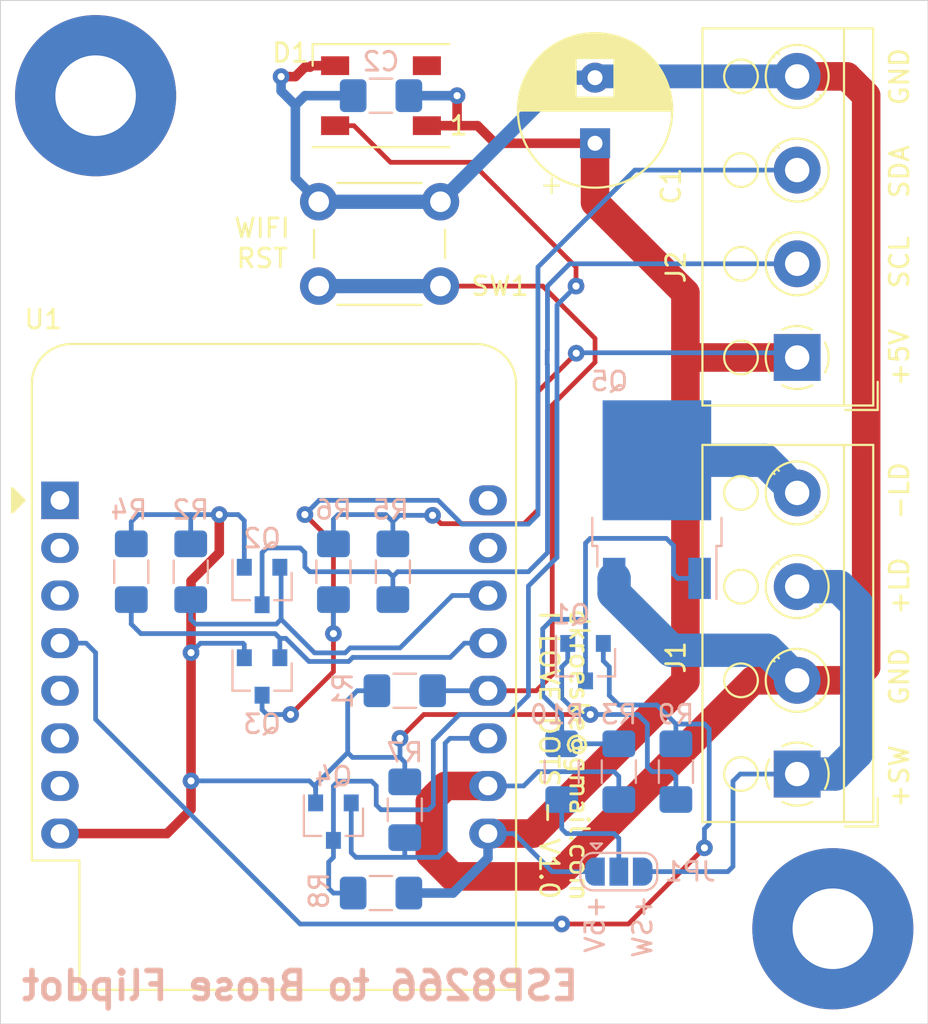
<source format=kicad_pcb>
(kicad_pcb (version 20171130) (host pcbnew "(5.1.2)-2")

  (general
    (thickness 1.6)
    (drawings 17)
    (tracks 302)
    (zones 0)
    (modules 25)
    (nets 25)
  )

  (page A4)
  (layers
    (0 F.Cu signal)
    (31 B.Cu signal)
    (32 B.Adhes user)
    (33 F.Adhes user)
    (34 B.Paste user)
    (35 F.Paste user)
    (36 B.SilkS user)
    (37 F.SilkS user)
    (38 B.Mask user)
    (39 F.Mask user)
    (40 Dwgs.User user)
    (41 Cmts.User user)
    (42 Eco1.User user)
    (43 Eco2.User user)
    (44 Edge.Cuts user)
    (45 Margin user)
    (46 B.CrtYd user)
    (47 F.CrtYd user)
    (48 B.Fab user)
    (49 F.Fab user)
  )

  (setup
    (last_trace_width 0.25)
    (user_trace_width 0.508)
    (user_trace_width 0.762)
    (user_trace_width 1.016)
    (user_trace_width 1.27)
    (user_trace_width 1.524)
    (user_trace_width 1.778)
    (trace_clearance 0.2)
    (zone_clearance 0.508)
    (zone_45_only no)
    (trace_min 0.2)
    (via_size 0.8)
    (via_drill 0.4)
    (via_min_size 0.4)
    (via_min_drill 0.3)
    (user_via 1.27 0.381)
    (uvia_size 0.3)
    (uvia_drill 0.1)
    (uvias_allowed no)
    (uvia_min_size 0.2)
    (uvia_min_drill 0.1)
    (edge_width 0.05)
    (segment_width 0.2)
    (pcb_text_width 0.3)
    (pcb_text_size 1.5 1.5)
    (mod_edge_width 0.12)
    (mod_text_size 1 1)
    (mod_text_width 0.15)
    (pad_size 1.524 1.524)
    (pad_drill 0.762)
    (pad_to_mask_clearance 0.051)
    (solder_mask_min_width 0.25)
    (aux_axis_origin 0 0)
    (visible_elements 7FFDFFFF)
    (pcbplotparams
      (layerselection 0x010f0_ffffffff)
      (usegerberextensions false)
      (usegerberattributes false)
      (usegerberadvancedattributes false)
      (creategerberjobfile false)
      (excludeedgelayer true)
      (linewidth 0.100000)
      (plotframeref false)
      (viasonmask false)
      (mode 1)
      (useauxorigin false)
      (hpglpennumber 1)
      (hpglpenspeed 20)
      (hpglpendiameter 15.000000)
      (psnegative false)
      (psa4output false)
      (plotreference true)
      (plotvalue true)
      (plotinvisibletext false)
      (padsonsilk false)
      (subtractmaskfromsilk false)
      (outputformat 1)
      (mirror false)
      (drillshape 0)
      (scaleselection 1)
      (outputdirectory "jlcpcb/"))
  )

  (net 0 "")
  (net 1 +5V)
  (net 2 GND)
  (net 3 "Net-(D1-Pad4)")
  (net 4 "Net-(D1-Pad2)")
  (net 5 "Net-(J1-Pad1)")
  (net 6 "Net-(J1-Pad4)")
  (net 7 /SDA_5V)
  (net 8 /SCL_5V)
  (net 9 "Net-(JP1-Pad2)")
  (net 10 +3V3)
  (net 11 /BL)
  (net 12 "Net-(Q1-Pad3)")
  (net 13 /SCL)
  (net 14 /SDA)
  (net 15 /LED)
  (net 16 /RST)
  (net 17 "Net-(U1-Pad2)")
  (net 18 "Net-(U1-Pad1)")
  (net 19 "Net-(U1-Pad3)")
  (net 20 "Net-(U1-Pad5)")
  (net 21 "Net-(U1-Pad6)")
  (net 22 "Net-(U1-Pad7)")
  (net 23 "Net-(U1-Pad15)")
  (net 24 "Net-(U1-Pad16)")

  (net_class Default "Dit is de standaard class."
    (clearance 0.2)
    (trace_width 0.25)
    (via_dia 0.8)
    (via_drill 0.4)
    (uvia_dia 0.3)
    (uvia_drill 0.1)
  )

  (net_class jlcpcb_2L_DEFAULT ""
    (clearance 0.2032)
    (trace_width 0.254)
    (via_dia 0.889)
    (via_drill 0.381)
    (uvia_dia 0.3)
    (uvia_drill 0.1)
    (add_net +3V3)
    (add_net +5V)
    (add_net /BL)
    (add_net /LED)
    (add_net /RST)
    (add_net /SCL)
    (add_net /SCL_5V)
    (add_net /SDA)
    (add_net /SDA_5V)
    (add_net GND)
    (add_net "Net-(D1-Pad2)")
    (add_net "Net-(D1-Pad4)")
    (add_net "Net-(J1-Pad1)")
    (add_net "Net-(J1-Pad4)")
    (add_net "Net-(JP1-Pad2)")
    (add_net "Net-(Q1-Pad3)")
    (add_net "Net-(U1-Pad1)")
    (add_net "Net-(U1-Pad15)")
    (add_net "Net-(U1-Pad16)")
    (add_net "Net-(U1-Pad2)")
    (add_net "Net-(U1-Pad3)")
    (add_net "Net-(U1-Pad5)")
    (add_net "Net-(U1-Pad6)")
    (add_net "Net-(U1-Pad7)")
  )

  (net_class jlcpcb_2L_PWR ""
    (clearance 0.254)
    (trace_width 0.508)
    (via_dia 0.889)
    (via_drill 0.381)
    (uvia_dia 0.3)
    (uvia_drill 0.1)
  )

  (module MountingHole:MountingHole_4.3mm_M4_Pad (layer F.Cu) (tedit 56D1B4CB) (tstamp 5D37804E)
    (at 93.98 55.88)
    (descr "Mounting Hole 4.3mm, M4")
    (tags "mounting hole 4.3mm m4")
    (path /5D3E08BC)
    (attr virtual)
    (fp_text reference H1 (at 0 -4.2) (layer F.SilkS) hide
      (effects (font (size 1 1) (thickness 0.15)))
    )
    (fp_text value MountingHole (at 0 4.2) (layer F.Fab)
      (effects (font (size 1 1) (thickness 0.15)))
    )
    (fp_circle (center 0 0) (end 4.55 0) (layer F.CrtYd) (width 0.05))
    (fp_circle (center 0 0) (end 4.3 0) (layer Cmts.User) (width 0.15))
    (fp_text user %R (at 0.3 0) (layer F.Fab)
      (effects (font (size 1 1) (thickness 0.15)))
    )
    (pad 1 thru_hole circle (at 0 0) (size 8.6 8.6) (drill 4.3) (layers *.Cu *.Mask))
  )

  (module MountingHole:MountingHole_4.3mm_M4_Pad (layer F.Cu) (tedit 56D1B4CB) (tstamp 5D379A1E)
    (at 133.35 100.33)
    (descr "Mounting Hole 4.3mm, M4")
    (tags "mounting hole 4.3mm m4")
    (path /5D3E11AD)
    (attr virtual)
    (fp_text reference H2 (at 0 -4.2) (layer F.SilkS) hide
      (effects (font (size 1 1) (thickness 0.15)))
    )
    (fp_text value MountingHole (at 0 4.2) (layer F.Fab)
      (effects (font (size 1 1) (thickness 0.15)))
    )
    (fp_circle (center 0 0) (end 4.55 0) (layer F.CrtYd) (width 0.05))
    (fp_circle (center 0 0) (end 4.3 0) (layer Cmts.User) (width 0.15))
    (fp_text user %R (at 0.3 0) (layer F.Fab)
      (effects (font (size 1 1) (thickness 0.15)))
    )
    (pad 1 thru_hole circle (at 0 0) (size 8.6 8.6) (drill 4.3) (layers *.Cu *.Mask))
  )

  (module Package_TO_SOT_SMD:TO-252-2 (layer B.Cu) (tedit 5A70A390) (tstamp 5D3AB5DB)
    (at 123.953 77.435 90)
    (descr "TO-252 / DPAK SMD package, http://www.infineon.com/cms/en/product/packages/PG-TO252/PG-TO252-3-1/")
    (tags "DPAK TO-252 DPAK-3 TO-252-3 SOT-428")
    (path /5D37DBD6)
    (attr smd)
    (fp_text reference Q5 (at 6.315 -2.541) (layer B.SilkS)
      (effects (font (size 1 1) (thickness 0.15)) (justify mirror))
    )
    (fp_text value IRLR024N (at 0 -6.65 270) (layer B.Fab)
      (effects (font (size 1 1) (thickness 0.15)) (justify mirror))
    )
    (fp_text user %R (at 6.315 -2.795) (layer B.Fab)
      (effects (font (size 1 1) (thickness 0.15)) (justify mirror))
    )
    (fp_line (start 5.55 3.5) (end -5.55 3.5) (layer B.CrtYd) (width 0.05))
    (fp_line (start 5.55 -3.5) (end 5.55 3.5) (layer B.CrtYd) (width 0.05))
    (fp_line (start -5.55 -3.5) (end 5.55 -3.5) (layer B.CrtYd) (width 0.05))
    (fp_line (start -5.55 3.5) (end -5.55 -3.5) (layer B.CrtYd) (width 0.05))
    (fp_line (start -2.47 -3.18) (end -3.57 -3.18) (layer B.SilkS) (width 0.12))
    (fp_line (start -2.47 -3.45) (end -2.47 -3.18) (layer B.SilkS) (width 0.12))
    (fp_line (start -0.97 -3.45) (end -2.47 -3.45) (layer B.SilkS) (width 0.12))
    (fp_line (start -2.47 3.18) (end -5.3 3.18) (layer B.SilkS) (width 0.12))
    (fp_line (start -2.47 3.45) (end -2.47 3.18) (layer B.SilkS) (width 0.12))
    (fp_line (start -0.97 3.45) (end -2.47 3.45) (layer B.SilkS) (width 0.12))
    (fp_line (start -4.97 -2.655) (end -2.27 -2.655) (layer B.Fab) (width 0.1))
    (fp_line (start -4.97 -1.905) (end -4.97 -2.655) (layer B.Fab) (width 0.1))
    (fp_line (start -2.27 -1.905) (end -4.97 -1.905) (layer B.Fab) (width 0.1))
    (fp_line (start -4.97 1.905) (end -2.27 1.905) (layer B.Fab) (width 0.1))
    (fp_line (start -4.97 2.655) (end -4.97 1.905) (layer B.Fab) (width 0.1))
    (fp_line (start -1.865 2.655) (end -4.97 2.655) (layer B.Fab) (width 0.1))
    (fp_line (start -1.27 3.25) (end 3.95 3.25) (layer B.Fab) (width 0.1))
    (fp_line (start -2.27 2.25) (end -1.27 3.25) (layer B.Fab) (width 0.1))
    (fp_line (start -2.27 -3.25) (end -2.27 2.25) (layer B.Fab) (width 0.1))
    (fp_line (start 3.95 -3.25) (end -2.27 -3.25) (layer B.Fab) (width 0.1))
    (fp_line (start 3.95 3.25) (end 3.95 -3.25) (layer B.Fab) (width 0.1))
    (fp_line (start 4.95 -2.7) (end 3.95 -2.7) (layer B.Fab) (width 0.1))
    (fp_line (start 4.95 2.7) (end 4.95 -2.7) (layer B.Fab) (width 0.1))
    (fp_line (start 3.95 2.7) (end 4.95 2.7) (layer B.Fab) (width 0.1))
    (pad "" smd rect (at 0.425 -1.525 90) (size 3.05 2.75) (layers B.Paste))
    (pad "" smd rect (at 3.775 1.525 90) (size 3.05 2.75) (layers B.Paste))
    (pad "" smd rect (at 0.425 1.525 90) (size 3.05 2.75) (layers B.Paste))
    (pad "" smd rect (at 3.775 -1.525 90) (size 3.05 2.75) (layers B.Paste))
    (pad 2 smd rect (at 2.1 0 90) (size 6.4 5.8) (layers B.Cu B.Mask)
      (net 6 "Net-(J1-Pad4)"))
    (pad 3 smd rect (at -4.2 -2.28 90) (size 2.2 1.2) (layers B.Cu B.Paste B.Mask)
      (net 2 GND))
    (pad 1 smd rect (at -4.2 2.28 90) (size 2.2 1.2) (layers B.Cu B.Paste B.Mask)
      (net 12 "Net-(Q1-Pad3)"))
    (model ${KISYS3DMOD}/Package_TO_SOT_SMD.3dshapes/TO-252-2.wrl
      (at (xyz 0 0 0))
      (scale (xyz 1 1 1))
      (rotate (xyz 0 0 0))
    )
  )

  (module Capacitor_THT:CP_Radial_D8.0mm_P3.50mm (layer F.Cu) (tedit 5AE50EF0) (tstamp 5D37801E)
    (at 120.65 58.42 90)
    (descr "CP, Radial series, Radial, pin pitch=3.50mm, , diameter=8mm, Electrolytic Capacitor")
    (tags "CP Radial series Radial pin pitch 3.50mm  diameter 8mm Electrolytic Capacitor")
    (path /5D36947D)
    (fp_text reference C1 (at -2.286 4.064 90) (layer F.SilkS)
      (effects (font (size 1 1) (thickness 0.15)))
    )
    (fp_text value 10uF/16V (at 7.5 4.12 90) (layer F.Fab)
      (effects (font (size 1 1) (thickness 0.15)))
    )
    (fp_text user %R (at -2.286 2.794 90) (layer F.Fab)
      (effects (font (size 1 1) (thickness 0.15)))
    )
    (fp_line (start -2.259698 -2.715) (end -2.259698 -1.915) (layer F.SilkS) (width 0.12))
    (fp_line (start -2.659698 -2.315) (end -1.859698 -2.315) (layer F.SilkS) (width 0.12))
    (fp_line (start 5.831 -0.533) (end 5.831 0.533) (layer F.SilkS) (width 0.12))
    (fp_line (start 5.791 -0.768) (end 5.791 0.768) (layer F.SilkS) (width 0.12))
    (fp_line (start 5.751 -0.948) (end 5.751 0.948) (layer F.SilkS) (width 0.12))
    (fp_line (start 5.711 -1.098) (end 5.711 1.098) (layer F.SilkS) (width 0.12))
    (fp_line (start 5.671 -1.229) (end 5.671 1.229) (layer F.SilkS) (width 0.12))
    (fp_line (start 5.631 -1.346) (end 5.631 1.346) (layer F.SilkS) (width 0.12))
    (fp_line (start 5.591 -1.453) (end 5.591 1.453) (layer F.SilkS) (width 0.12))
    (fp_line (start 5.551 -1.552) (end 5.551 1.552) (layer F.SilkS) (width 0.12))
    (fp_line (start 5.511 -1.645) (end 5.511 1.645) (layer F.SilkS) (width 0.12))
    (fp_line (start 5.471 -1.731) (end 5.471 1.731) (layer F.SilkS) (width 0.12))
    (fp_line (start 5.431 -1.813) (end 5.431 1.813) (layer F.SilkS) (width 0.12))
    (fp_line (start 5.391 -1.89) (end 5.391 1.89) (layer F.SilkS) (width 0.12))
    (fp_line (start 5.351 -1.964) (end 5.351 1.964) (layer F.SilkS) (width 0.12))
    (fp_line (start 5.311 -2.034) (end 5.311 2.034) (layer F.SilkS) (width 0.12))
    (fp_line (start 5.271 -2.102) (end 5.271 2.102) (layer F.SilkS) (width 0.12))
    (fp_line (start 5.231 -2.166) (end 5.231 2.166) (layer F.SilkS) (width 0.12))
    (fp_line (start 5.191 -2.228) (end 5.191 2.228) (layer F.SilkS) (width 0.12))
    (fp_line (start 5.151 -2.287) (end 5.151 2.287) (layer F.SilkS) (width 0.12))
    (fp_line (start 5.111 -2.345) (end 5.111 2.345) (layer F.SilkS) (width 0.12))
    (fp_line (start 5.071 -2.4) (end 5.071 2.4) (layer F.SilkS) (width 0.12))
    (fp_line (start 5.031 -2.454) (end 5.031 2.454) (layer F.SilkS) (width 0.12))
    (fp_line (start 4.991 -2.505) (end 4.991 2.505) (layer F.SilkS) (width 0.12))
    (fp_line (start 4.951 -2.556) (end 4.951 2.556) (layer F.SilkS) (width 0.12))
    (fp_line (start 4.911 -2.604) (end 4.911 2.604) (layer F.SilkS) (width 0.12))
    (fp_line (start 4.871 -2.651) (end 4.871 2.651) (layer F.SilkS) (width 0.12))
    (fp_line (start 4.831 -2.697) (end 4.831 2.697) (layer F.SilkS) (width 0.12))
    (fp_line (start 4.791 -2.741) (end 4.791 2.741) (layer F.SilkS) (width 0.12))
    (fp_line (start 4.751 -2.784) (end 4.751 2.784) (layer F.SilkS) (width 0.12))
    (fp_line (start 4.711 -2.826) (end 4.711 2.826) (layer F.SilkS) (width 0.12))
    (fp_line (start 4.671 -2.867) (end 4.671 2.867) (layer F.SilkS) (width 0.12))
    (fp_line (start 4.631 -2.907) (end 4.631 2.907) (layer F.SilkS) (width 0.12))
    (fp_line (start 4.591 -2.945) (end 4.591 2.945) (layer F.SilkS) (width 0.12))
    (fp_line (start 4.551 -2.983) (end 4.551 2.983) (layer F.SilkS) (width 0.12))
    (fp_line (start 4.511 1.04) (end 4.511 3.019) (layer F.SilkS) (width 0.12))
    (fp_line (start 4.511 -3.019) (end 4.511 -1.04) (layer F.SilkS) (width 0.12))
    (fp_line (start 4.471 1.04) (end 4.471 3.055) (layer F.SilkS) (width 0.12))
    (fp_line (start 4.471 -3.055) (end 4.471 -1.04) (layer F.SilkS) (width 0.12))
    (fp_line (start 4.431 1.04) (end 4.431 3.09) (layer F.SilkS) (width 0.12))
    (fp_line (start 4.431 -3.09) (end 4.431 -1.04) (layer F.SilkS) (width 0.12))
    (fp_line (start 4.391 1.04) (end 4.391 3.124) (layer F.SilkS) (width 0.12))
    (fp_line (start 4.391 -3.124) (end 4.391 -1.04) (layer F.SilkS) (width 0.12))
    (fp_line (start 4.351 1.04) (end 4.351 3.156) (layer F.SilkS) (width 0.12))
    (fp_line (start 4.351 -3.156) (end 4.351 -1.04) (layer F.SilkS) (width 0.12))
    (fp_line (start 4.311 1.04) (end 4.311 3.189) (layer F.SilkS) (width 0.12))
    (fp_line (start 4.311 -3.189) (end 4.311 -1.04) (layer F.SilkS) (width 0.12))
    (fp_line (start 4.271 1.04) (end 4.271 3.22) (layer F.SilkS) (width 0.12))
    (fp_line (start 4.271 -3.22) (end 4.271 -1.04) (layer F.SilkS) (width 0.12))
    (fp_line (start 4.231 1.04) (end 4.231 3.25) (layer F.SilkS) (width 0.12))
    (fp_line (start 4.231 -3.25) (end 4.231 -1.04) (layer F.SilkS) (width 0.12))
    (fp_line (start 4.191 1.04) (end 4.191 3.28) (layer F.SilkS) (width 0.12))
    (fp_line (start 4.191 -3.28) (end 4.191 -1.04) (layer F.SilkS) (width 0.12))
    (fp_line (start 4.151 1.04) (end 4.151 3.309) (layer F.SilkS) (width 0.12))
    (fp_line (start 4.151 -3.309) (end 4.151 -1.04) (layer F.SilkS) (width 0.12))
    (fp_line (start 4.111 1.04) (end 4.111 3.338) (layer F.SilkS) (width 0.12))
    (fp_line (start 4.111 -3.338) (end 4.111 -1.04) (layer F.SilkS) (width 0.12))
    (fp_line (start 4.071 1.04) (end 4.071 3.365) (layer F.SilkS) (width 0.12))
    (fp_line (start 4.071 -3.365) (end 4.071 -1.04) (layer F.SilkS) (width 0.12))
    (fp_line (start 4.031 1.04) (end 4.031 3.392) (layer F.SilkS) (width 0.12))
    (fp_line (start 4.031 -3.392) (end 4.031 -1.04) (layer F.SilkS) (width 0.12))
    (fp_line (start 3.991 1.04) (end 3.991 3.418) (layer F.SilkS) (width 0.12))
    (fp_line (start 3.991 -3.418) (end 3.991 -1.04) (layer F.SilkS) (width 0.12))
    (fp_line (start 3.951 1.04) (end 3.951 3.444) (layer F.SilkS) (width 0.12))
    (fp_line (start 3.951 -3.444) (end 3.951 -1.04) (layer F.SilkS) (width 0.12))
    (fp_line (start 3.911 1.04) (end 3.911 3.469) (layer F.SilkS) (width 0.12))
    (fp_line (start 3.911 -3.469) (end 3.911 -1.04) (layer F.SilkS) (width 0.12))
    (fp_line (start 3.871 1.04) (end 3.871 3.493) (layer F.SilkS) (width 0.12))
    (fp_line (start 3.871 -3.493) (end 3.871 -1.04) (layer F.SilkS) (width 0.12))
    (fp_line (start 3.831 1.04) (end 3.831 3.517) (layer F.SilkS) (width 0.12))
    (fp_line (start 3.831 -3.517) (end 3.831 -1.04) (layer F.SilkS) (width 0.12))
    (fp_line (start 3.791 1.04) (end 3.791 3.54) (layer F.SilkS) (width 0.12))
    (fp_line (start 3.791 -3.54) (end 3.791 -1.04) (layer F.SilkS) (width 0.12))
    (fp_line (start 3.751 1.04) (end 3.751 3.562) (layer F.SilkS) (width 0.12))
    (fp_line (start 3.751 -3.562) (end 3.751 -1.04) (layer F.SilkS) (width 0.12))
    (fp_line (start 3.711 1.04) (end 3.711 3.584) (layer F.SilkS) (width 0.12))
    (fp_line (start 3.711 -3.584) (end 3.711 -1.04) (layer F.SilkS) (width 0.12))
    (fp_line (start 3.671 1.04) (end 3.671 3.606) (layer F.SilkS) (width 0.12))
    (fp_line (start 3.671 -3.606) (end 3.671 -1.04) (layer F.SilkS) (width 0.12))
    (fp_line (start 3.631 1.04) (end 3.631 3.627) (layer F.SilkS) (width 0.12))
    (fp_line (start 3.631 -3.627) (end 3.631 -1.04) (layer F.SilkS) (width 0.12))
    (fp_line (start 3.591 1.04) (end 3.591 3.647) (layer F.SilkS) (width 0.12))
    (fp_line (start 3.591 -3.647) (end 3.591 -1.04) (layer F.SilkS) (width 0.12))
    (fp_line (start 3.551 1.04) (end 3.551 3.666) (layer F.SilkS) (width 0.12))
    (fp_line (start 3.551 -3.666) (end 3.551 -1.04) (layer F.SilkS) (width 0.12))
    (fp_line (start 3.511 1.04) (end 3.511 3.686) (layer F.SilkS) (width 0.12))
    (fp_line (start 3.511 -3.686) (end 3.511 -1.04) (layer F.SilkS) (width 0.12))
    (fp_line (start 3.471 1.04) (end 3.471 3.704) (layer F.SilkS) (width 0.12))
    (fp_line (start 3.471 -3.704) (end 3.471 -1.04) (layer F.SilkS) (width 0.12))
    (fp_line (start 3.431 1.04) (end 3.431 3.722) (layer F.SilkS) (width 0.12))
    (fp_line (start 3.431 -3.722) (end 3.431 -1.04) (layer F.SilkS) (width 0.12))
    (fp_line (start 3.391 1.04) (end 3.391 3.74) (layer F.SilkS) (width 0.12))
    (fp_line (start 3.391 -3.74) (end 3.391 -1.04) (layer F.SilkS) (width 0.12))
    (fp_line (start 3.351 1.04) (end 3.351 3.757) (layer F.SilkS) (width 0.12))
    (fp_line (start 3.351 -3.757) (end 3.351 -1.04) (layer F.SilkS) (width 0.12))
    (fp_line (start 3.311 1.04) (end 3.311 3.774) (layer F.SilkS) (width 0.12))
    (fp_line (start 3.311 -3.774) (end 3.311 -1.04) (layer F.SilkS) (width 0.12))
    (fp_line (start 3.271 1.04) (end 3.271 3.79) (layer F.SilkS) (width 0.12))
    (fp_line (start 3.271 -3.79) (end 3.271 -1.04) (layer F.SilkS) (width 0.12))
    (fp_line (start 3.231 1.04) (end 3.231 3.805) (layer F.SilkS) (width 0.12))
    (fp_line (start 3.231 -3.805) (end 3.231 -1.04) (layer F.SilkS) (width 0.12))
    (fp_line (start 3.191 1.04) (end 3.191 3.821) (layer F.SilkS) (width 0.12))
    (fp_line (start 3.191 -3.821) (end 3.191 -1.04) (layer F.SilkS) (width 0.12))
    (fp_line (start 3.151 1.04) (end 3.151 3.835) (layer F.SilkS) (width 0.12))
    (fp_line (start 3.151 -3.835) (end 3.151 -1.04) (layer F.SilkS) (width 0.12))
    (fp_line (start 3.111 1.04) (end 3.111 3.85) (layer F.SilkS) (width 0.12))
    (fp_line (start 3.111 -3.85) (end 3.111 -1.04) (layer F.SilkS) (width 0.12))
    (fp_line (start 3.071 1.04) (end 3.071 3.863) (layer F.SilkS) (width 0.12))
    (fp_line (start 3.071 -3.863) (end 3.071 -1.04) (layer F.SilkS) (width 0.12))
    (fp_line (start 3.031 1.04) (end 3.031 3.877) (layer F.SilkS) (width 0.12))
    (fp_line (start 3.031 -3.877) (end 3.031 -1.04) (layer F.SilkS) (width 0.12))
    (fp_line (start 2.991 1.04) (end 2.991 3.889) (layer F.SilkS) (width 0.12))
    (fp_line (start 2.991 -3.889) (end 2.991 -1.04) (layer F.SilkS) (width 0.12))
    (fp_line (start 2.951 1.04) (end 2.951 3.902) (layer F.SilkS) (width 0.12))
    (fp_line (start 2.951 -3.902) (end 2.951 -1.04) (layer F.SilkS) (width 0.12))
    (fp_line (start 2.911 1.04) (end 2.911 3.914) (layer F.SilkS) (width 0.12))
    (fp_line (start 2.911 -3.914) (end 2.911 -1.04) (layer F.SilkS) (width 0.12))
    (fp_line (start 2.871 1.04) (end 2.871 3.925) (layer F.SilkS) (width 0.12))
    (fp_line (start 2.871 -3.925) (end 2.871 -1.04) (layer F.SilkS) (width 0.12))
    (fp_line (start 2.831 1.04) (end 2.831 3.936) (layer F.SilkS) (width 0.12))
    (fp_line (start 2.831 -3.936) (end 2.831 -1.04) (layer F.SilkS) (width 0.12))
    (fp_line (start 2.791 1.04) (end 2.791 3.947) (layer F.SilkS) (width 0.12))
    (fp_line (start 2.791 -3.947) (end 2.791 -1.04) (layer F.SilkS) (width 0.12))
    (fp_line (start 2.751 1.04) (end 2.751 3.957) (layer F.SilkS) (width 0.12))
    (fp_line (start 2.751 -3.957) (end 2.751 -1.04) (layer F.SilkS) (width 0.12))
    (fp_line (start 2.711 1.04) (end 2.711 3.967) (layer F.SilkS) (width 0.12))
    (fp_line (start 2.711 -3.967) (end 2.711 -1.04) (layer F.SilkS) (width 0.12))
    (fp_line (start 2.671 1.04) (end 2.671 3.976) (layer F.SilkS) (width 0.12))
    (fp_line (start 2.671 -3.976) (end 2.671 -1.04) (layer F.SilkS) (width 0.12))
    (fp_line (start 2.631 1.04) (end 2.631 3.985) (layer F.SilkS) (width 0.12))
    (fp_line (start 2.631 -3.985) (end 2.631 -1.04) (layer F.SilkS) (width 0.12))
    (fp_line (start 2.591 1.04) (end 2.591 3.994) (layer F.SilkS) (width 0.12))
    (fp_line (start 2.591 -3.994) (end 2.591 -1.04) (layer F.SilkS) (width 0.12))
    (fp_line (start 2.551 1.04) (end 2.551 4.002) (layer F.SilkS) (width 0.12))
    (fp_line (start 2.551 -4.002) (end 2.551 -1.04) (layer F.SilkS) (width 0.12))
    (fp_line (start 2.511 1.04) (end 2.511 4.01) (layer F.SilkS) (width 0.12))
    (fp_line (start 2.511 -4.01) (end 2.511 -1.04) (layer F.SilkS) (width 0.12))
    (fp_line (start 2.471 1.04) (end 2.471 4.017) (layer F.SilkS) (width 0.12))
    (fp_line (start 2.471 -4.017) (end 2.471 -1.04) (layer F.SilkS) (width 0.12))
    (fp_line (start 2.43 -4.024) (end 2.43 4.024) (layer F.SilkS) (width 0.12))
    (fp_line (start 2.39 -4.03) (end 2.39 4.03) (layer F.SilkS) (width 0.12))
    (fp_line (start 2.35 -4.037) (end 2.35 4.037) (layer F.SilkS) (width 0.12))
    (fp_line (start 2.31 -4.042) (end 2.31 4.042) (layer F.SilkS) (width 0.12))
    (fp_line (start 2.27 -4.048) (end 2.27 4.048) (layer F.SilkS) (width 0.12))
    (fp_line (start 2.23 -4.052) (end 2.23 4.052) (layer F.SilkS) (width 0.12))
    (fp_line (start 2.19 -4.057) (end 2.19 4.057) (layer F.SilkS) (width 0.12))
    (fp_line (start 2.15 -4.061) (end 2.15 4.061) (layer F.SilkS) (width 0.12))
    (fp_line (start 2.11 -4.065) (end 2.11 4.065) (layer F.SilkS) (width 0.12))
    (fp_line (start 2.07 -4.068) (end 2.07 4.068) (layer F.SilkS) (width 0.12))
    (fp_line (start 2.03 -4.071) (end 2.03 4.071) (layer F.SilkS) (width 0.12))
    (fp_line (start 1.99 -4.074) (end 1.99 4.074) (layer F.SilkS) (width 0.12))
    (fp_line (start 1.95 -4.076) (end 1.95 4.076) (layer F.SilkS) (width 0.12))
    (fp_line (start 1.91 -4.077) (end 1.91 4.077) (layer F.SilkS) (width 0.12))
    (fp_line (start 1.87 -4.079) (end 1.87 4.079) (layer F.SilkS) (width 0.12))
    (fp_line (start 1.83 -4.08) (end 1.83 4.08) (layer F.SilkS) (width 0.12))
    (fp_line (start 1.79 -4.08) (end 1.79 4.08) (layer F.SilkS) (width 0.12))
    (fp_line (start 1.75 -4.08) (end 1.75 4.08) (layer F.SilkS) (width 0.12))
    (fp_line (start -1.276759 -2.1475) (end -1.276759 -1.3475) (layer F.Fab) (width 0.1))
    (fp_line (start -1.676759 -1.7475) (end -0.876759 -1.7475) (layer F.Fab) (width 0.1))
    (fp_circle (center 1.75 0) (end 6 0) (layer F.CrtYd) (width 0.05))
    (fp_circle (center 1.75 0) (end 5.87 0) (layer F.SilkS) (width 0.12))
    (fp_circle (center 1.75 0) (end 5.75 0) (layer F.Fab) (width 0.1))
    (pad 2 thru_hole circle (at 3.5 0 90) (size 1.6 1.6) (drill 0.8) (layers *.Cu *.Mask)
      (net 2 GND))
    (pad 1 thru_hole rect (at 0 0 90) (size 1.6 1.6) (drill 0.8) (layers *.Cu *.Mask)
      (net 1 +5V))
    (model ${KISYS3DMOD}/Capacitor_THT.3dshapes/CP_Radial_D8.0mm_P3.50mm.wrl
      (at (xyz 0 0 0))
      (scale (xyz 1 1 1))
      (rotate (xyz 0 0 0))
    )
  )

  (module TerminalBlock_RND:TerminalBlock_RND_205-00003_1x04_P5.00mm_Horizontal (layer F.Cu) (tedit 5B294F8D) (tstamp 5D378112)
    (at 131.445 69.85 90)
    (descr "terminal block RND 205-00003, 4 pins, pitch 5mm, size 20x9mm^2, drill diamater 1.3mm, pad diameter 2.5mm, see http://cdn-reichelt.de/documents/datenblatt/C151/RND_205-00001_DB_EN.pdf, script-generated using https://github.com/pointhi/kicad-footprint-generator/scripts/TerminalBlock_RND")
    (tags "THT terminal block RND 205-00003 pitch 5mm size 20x9mm^2 drill 1.3mm pad 2.5mm")
    (path /5D3B180C)
    (fp_text reference J2 (at 4.826 -6.477 90) (layer F.SilkS)
      (effects (font (size 1 1) (thickness 0.15)))
    )
    (fp_text value Screw_Terminal_01x04 (at 5.25 4.66 90) (layer F.Fab)
      (effects (font (size 1 1) (thickness 0.15)))
    )
    (fp_text user %R (at 5.25 2.9 90) (layer F.Fab)
      (effects (font (size 1 1) (thickness 0.15)))
    )
    (fp_line (start 18 -5.5) (end -3 -5.5) (layer F.CrtYd) (width 0.05))
    (fp_line (start 18 4.5) (end 18 -5.5) (layer F.CrtYd) (width 0.05))
    (fp_line (start -3 4.5) (end 18 4.5) (layer F.CrtYd) (width 0.05))
    (fp_line (start -3 -5.5) (end -3 4.5) (layer F.CrtYd) (width 0.05))
    (fp_line (start -2.8 4.3) (end -1.3 4.3) (layer F.SilkS) (width 0.12))
    (fp_line (start -2.8 2.56) (end -2.8 4.3) (layer F.SilkS) (width 0.12))
    (fp_line (start 13.82 0.976) (end 13.726 1.069) (layer F.SilkS) (width 0.12))
    (fp_line (start 16.07 -1.275) (end 16.011 -1.216) (layer F.SilkS) (width 0.12))
    (fp_line (start 13.99 1.216) (end 13.931 1.274) (layer F.SilkS) (width 0.12))
    (fp_line (start 16.275 -1.069) (end 16.181 -0.976) (layer F.SilkS) (width 0.12))
    (fp_line (start 15.955 -1.138) (end 13.863 0.955) (layer F.Fab) (width 0.1))
    (fp_line (start 16.138 -0.955) (end 14.046 1.138) (layer F.Fab) (width 0.1))
    (fp_line (start 8.82 0.976) (end 8.726 1.069) (layer F.SilkS) (width 0.12))
    (fp_line (start 11.07 -1.275) (end 11.011 -1.216) (layer F.SilkS) (width 0.12))
    (fp_line (start 8.99 1.216) (end 8.931 1.274) (layer F.SilkS) (width 0.12))
    (fp_line (start 11.275 -1.069) (end 11.181 -0.976) (layer F.SilkS) (width 0.12))
    (fp_line (start 10.955 -1.138) (end 8.863 0.955) (layer F.Fab) (width 0.1))
    (fp_line (start 11.138 -0.955) (end 9.046 1.138) (layer F.Fab) (width 0.1))
    (fp_line (start 3.82 0.976) (end 3.726 1.069) (layer F.SilkS) (width 0.12))
    (fp_line (start 6.07 -1.275) (end 6.011 -1.216) (layer F.SilkS) (width 0.12))
    (fp_line (start 3.99 1.216) (end 3.931 1.274) (layer F.SilkS) (width 0.12))
    (fp_line (start 6.275 -1.069) (end 6.181 -0.976) (layer F.SilkS) (width 0.12))
    (fp_line (start 5.955 -1.138) (end 3.863 0.955) (layer F.Fab) (width 0.1))
    (fp_line (start 6.138 -0.955) (end 4.046 1.138) (layer F.Fab) (width 0.1))
    (fp_line (start 0.955 -1.138) (end -1.138 0.955) (layer F.Fab) (width 0.1))
    (fp_line (start 1.138 -0.955) (end -0.955 1.138) (layer F.Fab) (width 0.1))
    (fp_line (start 17.561 -5.06) (end 17.561 4.06) (layer F.SilkS) (width 0.12))
    (fp_line (start -2.56 -5.06) (end -2.56 4.06) (layer F.SilkS) (width 0.12))
    (fp_line (start -2.56 4.06) (end 17.561 4.06) (layer F.SilkS) (width 0.12))
    (fp_line (start -2.56 -5.06) (end 17.561 -5.06) (layer F.SilkS) (width 0.12))
    (fp_line (start -2.56 2.5) (end 17.561 2.5) (layer F.SilkS) (width 0.12))
    (fp_line (start -2.5 2.5) (end 17.5 2.5) (layer F.Fab) (width 0.1))
    (fp_line (start -2.5 2.5) (end -2.5 -5) (layer F.Fab) (width 0.1))
    (fp_line (start -1 4) (end -2.5 2.5) (layer F.Fab) (width 0.1))
    (fp_line (start 17.5 4) (end -1 4) (layer F.Fab) (width 0.1))
    (fp_line (start 17.5 -5) (end 17.5 4) (layer F.Fab) (width 0.1))
    (fp_line (start -2.5 -5) (end 17.5 -5) (layer F.Fab) (width 0.1))
    (fp_circle (center 15 -3) (end 15.9 -3) (layer F.SilkS) (width 0.12))
    (fp_circle (center 15 -3) (end 15.9 -3) (layer F.Fab) (width 0.1))
    (fp_circle (center 15 0) (end 16.68 0) (layer F.SilkS) (width 0.12))
    (fp_circle (center 15 0) (end 16.5 0) (layer F.Fab) (width 0.1))
    (fp_circle (center 10 -3) (end 10.9 -3) (layer F.SilkS) (width 0.12))
    (fp_circle (center 10 -3) (end 10.9 -3) (layer F.Fab) (width 0.1))
    (fp_circle (center 10 0) (end 11.68 0) (layer F.SilkS) (width 0.12))
    (fp_circle (center 10 0) (end 11.5 0) (layer F.Fab) (width 0.1))
    (fp_circle (center 5 -3) (end 5.9 -3) (layer F.SilkS) (width 0.12))
    (fp_circle (center 5 -3) (end 5.9 -3) (layer F.Fab) (width 0.1))
    (fp_circle (center 5 0) (end 6.68 0) (layer F.SilkS) (width 0.12))
    (fp_circle (center 5 0) (end 6.5 0) (layer F.Fab) (width 0.1))
    (fp_circle (center 0 -3) (end 0.9 -3) (layer F.SilkS) (width 0.12))
    (fp_circle (center 0 -3) (end 0.9 -3) (layer F.Fab) (width 0.1))
    (fp_circle (center 0 0) (end 1.5 0) (layer F.Fab) (width 0.1))
    (fp_arc (start 0 0) (end -0.789 1.484) (angle -29) (layer F.SilkS) (width 0.12))
    (fp_arc (start 0 0) (end -1.484 -0.789) (angle -56) (layer F.SilkS) (width 0.12))
    (fp_arc (start 0 0) (end 0.789 -1.484) (angle -56) (layer F.SilkS) (width 0.12))
    (fp_arc (start 0 0) (end 1.484 0.789) (angle -56) (layer F.SilkS) (width 0.12))
    (fp_arc (start 0 0) (end 0 1.68) (angle -28) (layer F.SilkS) (width 0.12))
    (pad 4 thru_hole circle (at 15 0 90) (size 2.5 2.5) (drill 1.3) (layers *.Cu *.Mask)
      (net 2 GND))
    (pad 3 thru_hole circle (at 10 0 90) (size 2.5 2.5) (drill 1.3) (layers *.Cu *.Mask)
      (net 7 /SDA_5V))
    (pad 2 thru_hole circle (at 5 0 90) (size 2.5 2.5) (drill 1.3) (layers *.Cu *.Mask)
      (net 8 /SCL_5V))
    (pad 1 thru_hole rect (at 0 0 90) (size 2.5 2.5) (drill 1.3) (layers *.Cu *.Mask)
      (net 1 +5V))
    (model ${KISYS3DMOD}/TerminalBlock_RND.3dshapes/TerminalBlock_RND_205-00003_1x04_P5.00mm_Horizontal.wrl
      (at (xyz 0 0 0))
      (scale (xyz 1 1 1))
      (rotate (xyz 0 0 0))
    )
  )

  (module TerminalBlock_RND:TerminalBlock_RND_205-00003_1x04_P5.00mm_Horizontal (layer F.Cu) (tedit 5B294F8D) (tstamp 5D37AF57)
    (at 131.445 92.075 90)
    (descr "terminal block RND 205-00003, 4 pins, pitch 5mm, size 20x9mm^2, drill diamater 1.3mm, pad diameter 2.5mm, see http://cdn-reichelt.de/documents/datenblatt/C151/RND_205-00001_DB_EN.pdf, script-generated using https://github.com/pointhi/kicad-footprint-generator/scripts/TerminalBlock_RND")
    (tags "THT terminal block RND 205-00003 pitch 5mm size 20x9mm^2 drill 1.3mm pad 2.5mm")
    (path /5D376692)
    (fp_text reference J1 (at 6.223 -6.477 90) (layer F.SilkS)
      (effects (font (size 1 1) (thickness 0.15)))
    )
    (fp_text value Screw_Terminal_01x04 (at 5.25 4.66 90) (layer F.Fab)
      (effects (font (size 1 1) (thickness 0.15)))
    )
    (fp_text user %R (at 5.25 2.9 90) (layer F.Fab)
      (effects (font (size 1 1) (thickness 0.15)))
    )
    (fp_line (start 18 -5.5) (end -3 -5.5) (layer F.CrtYd) (width 0.05))
    (fp_line (start 18 4.5) (end 18 -5.5) (layer F.CrtYd) (width 0.05))
    (fp_line (start -3 4.5) (end 18 4.5) (layer F.CrtYd) (width 0.05))
    (fp_line (start -3 -5.5) (end -3 4.5) (layer F.CrtYd) (width 0.05))
    (fp_line (start -2.8 4.3) (end -1.3 4.3) (layer F.SilkS) (width 0.12))
    (fp_line (start -2.8 2.56) (end -2.8 4.3) (layer F.SilkS) (width 0.12))
    (fp_line (start 13.82 0.976) (end 13.726 1.069) (layer F.SilkS) (width 0.12))
    (fp_line (start 16.07 -1.275) (end 16.011 -1.216) (layer F.SilkS) (width 0.12))
    (fp_line (start 13.99 1.216) (end 13.931 1.274) (layer F.SilkS) (width 0.12))
    (fp_line (start 16.275 -1.069) (end 16.181 -0.976) (layer F.SilkS) (width 0.12))
    (fp_line (start 15.955 -1.138) (end 13.863 0.955) (layer F.Fab) (width 0.1))
    (fp_line (start 16.138 -0.955) (end 14.046 1.138) (layer F.Fab) (width 0.1))
    (fp_line (start 8.82 0.976) (end 8.726 1.069) (layer F.SilkS) (width 0.12))
    (fp_line (start 11.07 -1.275) (end 11.011 -1.216) (layer F.SilkS) (width 0.12))
    (fp_line (start 8.99 1.216) (end 8.931 1.274) (layer F.SilkS) (width 0.12))
    (fp_line (start 11.275 -1.069) (end 11.181 -0.976) (layer F.SilkS) (width 0.12))
    (fp_line (start 10.955 -1.138) (end 8.863 0.955) (layer F.Fab) (width 0.1))
    (fp_line (start 11.138 -0.955) (end 9.046 1.138) (layer F.Fab) (width 0.1))
    (fp_line (start 3.82 0.976) (end 3.726 1.069) (layer F.SilkS) (width 0.12))
    (fp_line (start 6.07 -1.275) (end 6.011 -1.216) (layer F.SilkS) (width 0.12))
    (fp_line (start 3.99 1.216) (end 3.931 1.274) (layer F.SilkS) (width 0.12))
    (fp_line (start 6.275 -1.069) (end 6.181 -0.976) (layer F.SilkS) (width 0.12))
    (fp_line (start 5.955 -1.138) (end 3.863 0.955) (layer F.Fab) (width 0.1))
    (fp_line (start 6.138 -0.955) (end 4.046 1.138) (layer F.Fab) (width 0.1))
    (fp_line (start 0.955 -1.138) (end -1.138 0.955) (layer F.Fab) (width 0.1))
    (fp_line (start 1.138 -0.955) (end -0.955 1.138) (layer F.Fab) (width 0.1))
    (fp_line (start 17.561 -5.06) (end 17.561 4.06) (layer F.SilkS) (width 0.12))
    (fp_line (start -2.56 -5.06) (end -2.56 4.06) (layer F.SilkS) (width 0.12))
    (fp_line (start -2.56 4.06) (end 17.561 4.06) (layer F.SilkS) (width 0.12))
    (fp_line (start -2.56 -5.06) (end 17.561 -5.06) (layer F.SilkS) (width 0.12))
    (fp_line (start -2.56 2.5) (end 17.561 2.5) (layer F.SilkS) (width 0.12))
    (fp_line (start -2.5 2.5) (end 17.5 2.5) (layer F.Fab) (width 0.1))
    (fp_line (start -2.5 2.5) (end -2.5 -5) (layer F.Fab) (width 0.1))
    (fp_line (start -1 4) (end -2.5 2.5) (layer F.Fab) (width 0.1))
    (fp_line (start 17.5 4) (end -1 4) (layer F.Fab) (width 0.1))
    (fp_line (start 17.5 -5) (end 17.5 4) (layer F.Fab) (width 0.1))
    (fp_line (start -2.5 -5) (end 17.5 -5) (layer F.Fab) (width 0.1))
    (fp_circle (center 15 -3) (end 15.9 -3) (layer F.SilkS) (width 0.12))
    (fp_circle (center 15 -3) (end 15.9 -3) (layer F.Fab) (width 0.1))
    (fp_circle (center 15 0) (end 16.68 0) (layer F.SilkS) (width 0.12))
    (fp_circle (center 15 0) (end 16.5 0) (layer F.Fab) (width 0.1))
    (fp_circle (center 10 -3) (end 10.9 -3) (layer F.SilkS) (width 0.12))
    (fp_circle (center 10 -3) (end 10.9 -3) (layer F.Fab) (width 0.1))
    (fp_circle (center 10 0) (end 11.68 0) (layer F.SilkS) (width 0.12))
    (fp_circle (center 10 0) (end 11.5 0) (layer F.Fab) (width 0.1))
    (fp_circle (center 5 -3) (end 5.9 -3) (layer F.SilkS) (width 0.12))
    (fp_circle (center 5 -3) (end 5.9 -3) (layer F.Fab) (width 0.1))
    (fp_circle (center 5 0) (end 6.68 0) (layer F.SilkS) (width 0.12))
    (fp_circle (center 5 0) (end 6.5 0) (layer F.Fab) (width 0.1))
    (fp_circle (center 0 -3) (end 0.9 -3) (layer F.SilkS) (width 0.12))
    (fp_circle (center 0 -3) (end 0.9 -3) (layer F.Fab) (width 0.1))
    (fp_circle (center 0 0) (end 1.5 0) (layer F.Fab) (width 0.1))
    (fp_arc (start 0 0) (end -0.789 1.484) (angle -29) (layer F.SilkS) (width 0.12))
    (fp_arc (start 0 0) (end -1.484 -0.789) (angle -56) (layer F.SilkS) (width 0.12))
    (fp_arc (start 0 0) (end 0.789 -1.484) (angle -56) (layer F.SilkS) (width 0.12))
    (fp_arc (start 0 0) (end 1.484 0.789) (angle -56) (layer F.SilkS) (width 0.12))
    (fp_arc (start 0 0) (end 0 1.68) (angle -28) (layer F.SilkS) (width 0.12))
    (pad 4 thru_hole circle (at 15 0 90) (size 2.5 2.5) (drill 1.3) (layers *.Cu *.Mask)
      (net 6 "Net-(J1-Pad4)"))
    (pad 3 thru_hole circle (at 10 0 90) (size 2.5 2.5) (drill 1.3) (layers *.Cu *.Mask)
      (net 5 "Net-(J1-Pad1)"))
    (pad 2 thru_hole circle (at 5 0 90) (size 2.5 2.5) (drill 1.3) (layers *.Cu *.Mask)
      (net 2 GND))
    (pad 1 thru_hole rect (at 0 0 90) (size 2.5 2.5) (drill 1.3) (layers *.Cu *.Mask)
      (net 5 "Net-(J1-Pad1)"))
    (model ${KISYS3DMOD}/TerminalBlock_RND.3dshapes/TerminalBlock_RND_205-00003_1x04_P5.00mm_Horizontal.wrl
      (at (xyz 0 0 0))
      (scale (xyz 1 1 1))
      (rotate (xyz 0 0 0))
    )
  )

  (module Capacitor_SMD:C_1206_3216Metric_Pad1.42x1.75mm_HandSolder (layer B.Cu) (tedit 5B301BBE) (tstamp 5D3794AF)
    (at 109.22 55.88 180)
    (descr "Capacitor SMD 1206 (3216 Metric), square (rectangular) end terminal, IPC_7351 nominal with elongated pad for handsoldering. (Body size source: http://www.tortai-tech.com/upload/download/2011102023233369053.pdf), generated with kicad-footprint-generator")
    (tags "capacitor handsolder")
    (path /5D373416)
    (attr smd)
    (fp_text reference C2 (at 0 1.82) (layer B.SilkS)
      (effects (font (size 1 1) (thickness 0.15)) (justify mirror))
    )
    (fp_text value 100nF (at 0 -1.82) (layer B.Fab)
      (effects (font (size 1 1) (thickness 0.15)) (justify mirror))
    )
    (fp_line (start -1.6 -0.8) (end -1.6 0.8) (layer B.Fab) (width 0.1))
    (fp_line (start -1.6 0.8) (end 1.6 0.8) (layer B.Fab) (width 0.1))
    (fp_line (start 1.6 0.8) (end 1.6 -0.8) (layer B.Fab) (width 0.1))
    (fp_line (start 1.6 -0.8) (end -1.6 -0.8) (layer B.Fab) (width 0.1))
    (fp_line (start -0.602064 0.91) (end 0.602064 0.91) (layer B.SilkS) (width 0.12))
    (fp_line (start -0.602064 -0.91) (end 0.602064 -0.91) (layer B.SilkS) (width 0.12))
    (fp_line (start -2.45 -1.12) (end -2.45 1.12) (layer B.CrtYd) (width 0.05))
    (fp_line (start -2.45 1.12) (end 2.45 1.12) (layer B.CrtYd) (width 0.05))
    (fp_line (start 2.45 1.12) (end 2.45 -1.12) (layer B.CrtYd) (width 0.05))
    (fp_line (start 2.45 -1.12) (end -2.45 -1.12) (layer B.CrtYd) (width 0.05))
    (fp_text user %R (at 0 0) (layer B.Fab)
      (effects (font (size 0.8 0.8) (thickness 0.12)) (justify mirror))
    )
    (pad 1 smd roundrect (at -1.4875 0 180) (size 1.425 1.75) (layers B.Cu B.Paste B.Mask) (roundrect_rratio 0.175439)
      (net 1 +5V))
    (pad 2 smd roundrect (at 1.4875 0 180) (size 1.425 1.75) (layers B.Cu B.Paste B.Mask) (roundrect_rratio 0.175439)
      (net 2 GND))
    (model ${KISYS3DMOD}/Capacitor_SMD.3dshapes/C_1206_3216Metric.wrl
      (at (xyz 0 0 0))
      (scale (xyz 1 1 1))
      (rotate (xyz 0 0 0))
    )
  )

  (module LED_SMD:LED_WS2812B_PLCC4_5.0x5.0mm_P3.2mm (layer F.Cu) (tedit 5AA4B285) (tstamp 5D379AD1)
    (at 109.22 55.88 180)
    (descr https://cdn-shop.adafruit.com/datasheets/WS2812B.pdf)
    (tags "LED RGB NeoPixel")
    (path /5D368C7F)
    (attr smd)
    (fp_text reference D1 (at 4.826 2.286) (layer F.SilkS)
      (effects (font (size 1 1) (thickness 0.15)))
    )
    (fp_text value WS2812B (at 0 4) (layer F.Fab)
      (effects (font (size 1 1) (thickness 0.15)))
    )
    (fp_text user 1 (at -4.15 -1.6) (layer F.SilkS)
      (effects (font (size 1 1) (thickness 0.15)))
    )
    (fp_text user %R (at 0 0) (layer F.Fab)
      (effects (font (size 0.8 0.8) (thickness 0.15)))
    )
    (fp_line (start 3.45 -2.75) (end -3.45 -2.75) (layer F.CrtYd) (width 0.05))
    (fp_line (start 3.45 2.75) (end 3.45 -2.75) (layer F.CrtYd) (width 0.05))
    (fp_line (start -3.45 2.75) (end 3.45 2.75) (layer F.CrtYd) (width 0.05))
    (fp_line (start -3.45 -2.75) (end -3.45 2.75) (layer F.CrtYd) (width 0.05))
    (fp_line (start 2.5 1.5) (end 1.5 2.5) (layer F.Fab) (width 0.1))
    (fp_line (start -2.5 -2.5) (end -2.5 2.5) (layer F.Fab) (width 0.1))
    (fp_line (start -2.5 2.5) (end 2.5 2.5) (layer F.Fab) (width 0.1))
    (fp_line (start 2.5 2.5) (end 2.5 -2.5) (layer F.Fab) (width 0.1))
    (fp_line (start 2.5 -2.5) (end -2.5 -2.5) (layer F.Fab) (width 0.1))
    (fp_line (start -3.65 -2.75) (end 3.65 -2.75) (layer F.SilkS) (width 0.12))
    (fp_line (start -3.65 2.75) (end 3.65 2.75) (layer F.SilkS) (width 0.12))
    (fp_line (start 3.65 2.75) (end 3.65 1.6) (layer F.SilkS) (width 0.12))
    (fp_circle (center 0 0) (end 0 -2) (layer F.Fab) (width 0.1))
    (pad 3 smd rect (at 2.45 1.6 180) (size 1.5 1) (layers F.Cu F.Paste F.Mask)
      (net 2 GND))
    (pad 4 smd rect (at 2.45 -1.6 180) (size 1.5 1) (layers F.Cu F.Paste F.Mask)
      (net 3 "Net-(D1-Pad4)"))
    (pad 2 smd rect (at -2.45 1.6 180) (size 1.5 1) (layers F.Cu F.Paste F.Mask)
      (net 4 "Net-(D1-Pad2)"))
    (pad 1 smd rect (at -2.45 -1.6 180) (size 1.5 1) (layers F.Cu F.Paste F.Mask)
      (net 1 +5V))
    (model ${KISYS3DMOD}/LED_SMD.3dshapes/LED_WS2812B_PLCC4_5.0x5.0mm_P3.2mm.wrl
      (at (xyz 0 0 0))
      (scale (xyz 1 1 1))
      (rotate (xyz 0 0 0))
    )
  )

  (module Jumper:SolderJumper-3_P1.3mm_Open_RoundedPad1.0x1.5mm (layer B.Cu) (tedit 5B391EB7) (tstamp 5D378128)
    (at 121.92 97.282)
    (descr "SMD Solder 3-pad Jumper, 1x1.5mm rounded Pads, 0.3mm gap, open")
    (tags "solder jumper open")
    (path /5D382E7E)
    (attr virtual)
    (fp_text reference JP1 (at 3.81 0) (layer B.SilkS)
      (effects (font (size 1 1) (thickness 0.15)) (justify mirror))
    )
    (fp_text value SolderJumper_3_Open (at 0 -1.9) (layer B.Fab)
      (effects (font (size 1 1) (thickness 0.15)) (justify mirror))
    )
    (fp_line (start -1.2 -1.2) (end -0.9 -1.5) (layer B.SilkS) (width 0.12))
    (fp_line (start -1.5 -1.5) (end -0.9 -1.5) (layer B.SilkS) (width 0.12))
    (fp_line (start -1.2 -1.2) (end -1.5 -1.5) (layer B.SilkS) (width 0.12))
    (fp_line (start -2.05 -0.3) (end -2.05 0.3) (layer B.SilkS) (width 0.12))
    (fp_line (start 1.4 -1) (end -1.4 -1) (layer B.SilkS) (width 0.12))
    (fp_line (start 2.05 0.3) (end 2.05 -0.3) (layer B.SilkS) (width 0.12))
    (fp_line (start -1.4 1) (end 1.4 1) (layer B.SilkS) (width 0.12))
    (fp_line (start -2.3 1.25) (end 2.3 1.25) (layer B.CrtYd) (width 0.05))
    (fp_line (start -2.3 1.25) (end -2.3 -1.25) (layer B.CrtYd) (width 0.05))
    (fp_line (start 2.3 -1.25) (end 2.3 1.25) (layer B.CrtYd) (width 0.05))
    (fp_line (start 2.3 -1.25) (end -2.3 -1.25) (layer B.CrtYd) (width 0.05))
    (fp_arc (start 1.35 0.3) (end 2.05 0.3) (angle 90) (layer B.SilkS) (width 0.12))
    (fp_arc (start 1.35 -0.3) (end 1.35 -1) (angle 90) (layer B.SilkS) (width 0.12))
    (fp_arc (start -1.35 -0.3) (end -2.05 -0.3) (angle 90) (layer B.SilkS) (width 0.12))
    (fp_arc (start -1.35 0.3) (end -1.35 1) (angle 90) (layer B.SilkS) (width 0.12))
    (pad 1 smd custom (at -1.3 0) (size 1 0.5) (layers B.Cu B.Mask)
      (net 1 +5V) (zone_connect 2)
      (options (clearance outline) (anchor rect))
      (primitives
        (gr_circle (center 0 -0.25) (end 0.5 -0.25) (width 0))
        (gr_circle (center 0 0.25) (end 0.5 0.25) (width 0))
        (gr_poly (pts
           (xy 0.55 0.75) (xy 0 0.75) (xy 0 -0.75) (xy 0.55 -0.75)) (width 0))
      ))
    (pad 3 smd custom (at 1.3 0) (size 1 0.5) (layers B.Cu B.Mask)
      (net 5 "Net-(J1-Pad1)") (zone_connect 2)
      (options (clearance outline) (anchor rect))
      (primitives
        (gr_circle (center 0 -0.25) (end 0.5 -0.25) (width 0))
        (gr_circle (center 0 0.25) (end 0.5 0.25) (width 0))
        (gr_poly (pts
           (xy -0.55 0.75) (xy 0 0.75) (xy 0 -0.75) (xy -0.55 -0.75)) (width 0))
      ))
    (pad 2 smd rect (at 0 0) (size 1 1.5) (layers B.Cu B.Mask)
      (net 9 "Net-(JP1-Pad2)"))
  )

  (module Package_TO_SOT_SMD:SOT-23 (layer B.Cu) (tedit 5A02FF57) (tstamp 5D37813D)
    (at 120.142 86.106 270)
    (descr "SOT-23, Standard")
    (tags SOT-23)
    (path /5D37151C)
    (attr smd)
    (fp_text reference Q1 (at -2.54 0.762 180) (layer B.SilkS)
      (effects (font (size 1 1) (thickness 0.15)) (justify mirror))
    )
    (fp_text value BSS138 (at 0 -2.5 90) (layer B.Fab)
      (effects (font (size 1 1) (thickness 0.15)) (justify mirror))
    )
    (fp_text user %R (at 0 0 180) (layer B.Fab)
      (effects (font (size 0.5 0.5) (thickness 0.075)) (justify mirror))
    )
    (fp_line (start -0.7 0.95) (end -0.7 -1.5) (layer B.Fab) (width 0.1))
    (fp_line (start -0.15 1.52) (end 0.7 1.52) (layer B.Fab) (width 0.1))
    (fp_line (start -0.7 0.95) (end -0.15 1.52) (layer B.Fab) (width 0.1))
    (fp_line (start 0.7 1.52) (end 0.7 -1.52) (layer B.Fab) (width 0.1))
    (fp_line (start -0.7 -1.52) (end 0.7 -1.52) (layer B.Fab) (width 0.1))
    (fp_line (start 0.76 -1.58) (end 0.76 -0.65) (layer B.SilkS) (width 0.12))
    (fp_line (start 0.76 1.58) (end 0.76 0.65) (layer B.SilkS) (width 0.12))
    (fp_line (start -1.7 1.75) (end 1.7 1.75) (layer B.CrtYd) (width 0.05))
    (fp_line (start 1.7 1.75) (end 1.7 -1.75) (layer B.CrtYd) (width 0.05))
    (fp_line (start 1.7 -1.75) (end -1.7 -1.75) (layer B.CrtYd) (width 0.05))
    (fp_line (start -1.7 -1.75) (end -1.7 1.75) (layer B.CrtYd) (width 0.05))
    (fp_line (start 0.76 1.58) (end -1.4 1.58) (layer B.SilkS) (width 0.12))
    (fp_line (start 0.76 -1.58) (end -0.7 -1.58) (layer B.SilkS) (width 0.12))
    (pad 1 smd rect (at -1 0.95 270) (size 0.9 0.8) (layers B.Cu B.Paste B.Mask)
      (net 10 +3V3))
    (pad 2 smd rect (at -1 -0.95 270) (size 0.9 0.8) (layers B.Cu B.Paste B.Mask)
      (net 11 /BL))
    (pad 3 smd rect (at 1 0 270) (size 0.9 0.8) (layers B.Cu B.Paste B.Mask)
      (net 12 "Net-(Q1-Pad3)"))
    (model ${KISYS3DMOD}/Package_TO_SOT_SMD.3dshapes/SOT-23.wrl
      (at (xyz 0 0 0))
      (scale (xyz 1 1 1))
      (rotate (xyz 0 0 0))
    )
  )

  (module Package_TO_SOT_SMD:SOT-23 (layer B.Cu) (tedit 5A02FF57) (tstamp 5D379EF3)
    (at 102.87 82.042 270)
    (descr "SOT-23, Standard")
    (tags SOT-23)
    (path /5D3610C1)
    (attr smd)
    (fp_text reference Q2 (at -2.54 0 180) (layer B.SilkS)
      (effects (font (size 1 1) (thickness 0.15)) (justify mirror))
    )
    (fp_text value BSS138 (at 0 -2.5 90) (layer B.Fab)
      (effects (font (size 1 1) (thickness 0.15)) (justify mirror))
    )
    (fp_line (start 0.76 -1.58) (end -0.7 -1.58) (layer B.SilkS) (width 0.12))
    (fp_line (start 0.76 1.58) (end -1.4 1.58) (layer B.SilkS) (width 0.12))
    (fp_line (start -1.7 -1.75) (end -1.7 1.75) (layer B.CrtYd) (width 0.05))
    (fp_line (start 1.7 -1.75) (end -1.7 -1.75) (layer B.CrtYd) (width 0.05))
    (fp_line (start 1.7 1.75) (end 1.7 -1.75) (layer B.CrtYd) (width 0.05))
    (fp_line (start -1.7 1.75) (end 1.7 1.75) (layer B.CrtYd) (width 0.05))
    (fp_line (start 0.76 1.58) (end 0.76 0.65) (layer B.SilkS) (width 0.12))
    (fp_line (start 0.76 -1.58) (end 0.76 -0.65) (layer B.SilkS) (width 0.12))
    (fp_line (start -0.7 -1.52) (end 0.7 -1.52) (layer B.Fab) (width 0.1))
    (fp_line (start 0.7 1.52) (end 0.7 -1.52) (layer B.Fab) (width 0.1))
    (fp_line (start -0.7 0.95) (end -0.15 1.52) (layer B.Fab) (width 0.1))
    (fp_line (start -0.15 1.52) (end 0.7 1.52) (layer B.Fab) (width 0.1))
    (fp_line (start -0.7 0.95) (end -0.7 -1.5) (layer B.Fab) (width 0.1))
    (fp_text user %R (at 0 0 180) (layer B.Fab)
      (effects (font (size 0.5 0.5) (thickness 0.075)) (justify mirror))
    )
    (pad 3 smd rect (at 1 0 270) (size 0.9 0.8) (layers B.Cu B.Paste B.Mask)
      (net 8 /SCL_5V))
    (pad 2 smd rect (at -1 -0.95 270) (size 0.9 0.8) (layers B.Cu B.Paste B.Mask)
      (net 13 /SCL))
    (pad 1 smd rect (at -1 0.95 270) (size 0.9 0.8) (layers B.Cu B.Paste B.Mask)
      (net 10 +3V3))
    (model ${KISYS3DMOD}/Package_TO_SOT_SMD.3dshapes/SOT-23.wrl
      (at (xyz 0 0 0))
      (scale (xyz 1 1 1))
      (rotate (xyz 0 0 0))
    )
  )

  (module Package_TO_SOT_SMD:SOT-23 (layer B.Cu) (tedit 5A02FF57) (tstamp 5D378167)
    (at 102.87 86.868 270)
    (descr "SOT-23, Standard")
    (tags SOT-23)
    (path /5D362861)
    (attr smd)
    (fp_text reference Q3 (at 2.54 0 180) (layer B.SilkS)
      (effects (font (size 1 1) (thickness 0.15)) (justify mirror))
    )
    (fp_text value BSS138 (at 0 -2.5 90) (layer B.Fab)
      (effects (font (size 1 1) (thickness 0.15)) (justify mirror))
    )
    (fp_line (start 0.76 -1.58) (end -0.7 -1.58) (layer B.SilkS) (width 0.12))
    (fp_line (start 0.76 1.58) (end -1.4 1.58) (layer B.SilkS) (width 0.12))
    (fp_line (start -1.7 -1.75) (end -1.7 1.75) (layer B.CrtYd) (width 0.05))
    (fp_line (start 1.7 -1.75) (end -1.7 -1.75) (layer B.CrtYd) (width 0.05))
    (fp_line (start 1.7 1.75) (end 1.7 -1.75) (layer B.CrtYd) (width 0.05))
    (fp_line (start -1.7 1.75) (end 1.7 1.75) (layer B.CrtYd) (width 0.05))
    (fp_line (start 0.76 1.58) (end 0.76 0.65) (layer B.SilkS) (width 0.12))
    (fp_line (start 0.76 -1.58) (end 0.76 -0.65) (layer B.SilkS) (width 0.12))
    (fp_line (start -0.7 -1.52) (end 0.7 -1.52) (layer B.Fab) (width 0.1))
    (fp_line (start 0.7 1.52) (end 0.7 -1.52) (layer B.Fab) (width 0.1))
    (fp_line (start -0.7 0.95) (end -0.15 1.52) (layer B.Fab) (width 0.1))
    (fp_line (start -0.15 1.52) (end 0.7 1.52) (layer B.Fab) (width 0.1))
    (fp_line (start -0.7 0.95) (end -0.7 -1.5) (layer B.Fab) (width 0.1))
    (fp_text user %R (at 0 0 180) (layer B.Fab)
      (effects (font (size 0.5 0.5) (thickness 0.075)) (justify mirror))
    )
    (pad 3 smd rect (at 1 0 270) (size 0.9 0.8) (layers B.Cu B.Paste B.Mask)
      (net 7 /SDA_5V))
    (pad 2 smd rect (at -1 -0.95 270) (size 0.9 0.8) (layers B.Cu B.Paste B.Mask)
      (net 14 /SDA))
    (pad 1 smd rect (at -1 0.95 270) (size 0.9 0.8) (layers B.Cu B.Paste B.Mask)
      (net 10 +3V3))
    (model ${KISYS3DMOD}/Package_TO_SOT_SMD.3dshapes/SOT-23.wrl
      (at (xyz 0 0 0))
      (scale (xyz 1 1 1))
      (rotate (xyz 0 0 0))
    )
  )

  (module Package_TO_SOT_SMD:SOT-23 (layer B.Cu) (tedit 5A02FF57) (tstamp 5D37817C)
    (at 106.68 94.615 270)
    (descr "SOT-23, Standard")
    (tags SOT-23)
    (path /5D3643DA)
    (attr smd)
    (fp_text reference Q4 (at -2.413 0 180) (layer B.SilkS)
      (effects (font (size 1 1) (thickness 0.15)) (justify mirror))
    )
    (fp_text value BSS138 (at 0 -2.5 90) (layer B.Fab)
      (effects (font (size 1 1) (thickness 0.15)) (justify mirror))
    )
    (fp_text user %R (at 0 0 180) (layer B.Fab)
      (effects (font (size 0.5 0.5) (thickness 0.075)) (justify mirror))
    )
    (fp_line (start -0.7 0.95) (end -0.7 -1.5) (layer B.Fab) (width 0.1))
    (fp_line (start -0.15 1.52) (end 0.7 1.52) (layer B.Fab) (width 0.1))
    (fp_line (start -0.7 0.95) (end -0.15 1.52) (layer B.Fab) (width 0.1))
    (fp_line (start 0.7 1.52) (end 0.7 -1.52) (layer B.Fab) (width 0.1))
    (fp_line (start -0.7 -1.52) (end 0.7 -1.52) (layer B.Fab) (width 0.1))
    (fp_line (start 0.76 -1.58) (end 0.76 -0.65) (layer B.SilkS) (width 0.12))
    (fp_line (start 0.76 1.58) (end 0.76 0.65) (layer B.SilkS) (width 0.12))
    (fp_line (start -1.7 1.75) (end 1.7 1.75) (layer B.CrtYd) (width 0.05))
    (fp_line (start 1.7 1.75) (end 1.7 -1.75) (layer B.CrtYd) (width 0.05))
    (fp_line (start 1.7 -1.75) (end -1.7 -1.75) (layer B.CrtYd) (width 0.05))
    (fp_line (start -1.7 -1.75) (end -1.7 1.75) (layer B.CrtYd) (width 0.05))
    (fp_line (start 0.76 1.58) (end -1.4 1.58) (layer B.SilkS) (width 0.12))
    (fp_line (start 0.76 -1.58) (end -0.7 -1.58) (layer B.SilkS) (width 0.12))
    (pad 1 smd rect (at -1 0.95 270) (size 0.9 0.8) (layers B.Cu B.Paste B.Mask)
      (net 10 +3V3))
    (pad 2 smd rect (at -1 -0.95 270) (size 0.9 0.8) (layers B.Cu B.Paste B.Mask)
      (net 15 /LED))
    (pad 3 smd rect (at 1 0 270) (size 0.9 0.8) (layers B.Cu B.Paste B.Mask)
      (net 3 "Net-(D1-Pad4)"))
    (model ${KISYS3DMOD}/Package_TO_SOT_SMD.3dshapes/SOT-23.wrl
      (at (xyz 0 0 0))
      (scale (xyz 1 1 1))
      (rotate (xyz 0 0 0))
    )
  )

  (module Resistor_SMD:R_1206_3216Metric_Pad1.42x1.75mm_HandSolder (layer B.Cu) (tedit 5B301BBD) (tstamp 5D379B2F)
    (at 110.49 87.63)
    (descr "Resistor SMD 1206 (3216 Metric), square (rectangular) end terminal, IPC_7351 nominal with elongated pad for handsoldering. (Body size source: http://www.tortai-tech.com/upload/download/2011102023233369053.pdf), generated with kicad-footprint-generator")
    (tags "resistor handsolder")
    (path /5D367FB4)
    (attr smd)
    (fp_text reference R1 (at -3.302 0 270) (layer B.SilkS)
      (effects (font (size 1 1) (thickness 0.15)) (justify mirror))
    )
    (fp_text value 10k (at 0 -1.82) (layer B.Fab)
      (effects (font (size 1 1) (thickness 0.15)) (justify mirror))
    )
    (fp_line (start -1.6 -0.8) (end -1.6 0.8) (layer B.Fab) (width 0.1))
    (fp_line (start -1.6 0.8) (end 1.6 0.8) (layer B.Fab) (width 0.1))
    (fp_line (start 1.6 0.8) (end 1.6 -0.8) (layer B.Fab) (width 0.1))
    (fp_line (start 1.6 -0.8) (end -1.6 -0.8) (layer B.Fab) (width 0.1))
    (fp_line (start -0.602064 0.91) (end 0.602064 0.91) (layer B.SilkS) (width 0.12))
    (fp_line (start -0.602064 -0.91) (end 0.602064 -0.91) (layer B.SilkS) (width 0.12))
    (fp_line (start -2.45 -1.12) (end -2.45 1.12) (layer B.CrtYd) (width 0.05))
    (fp_line (start -2.45 1.12) (end 2.45 1.12) (layer B.CrtYd) (width 0.05))
    (fp_line (start 2.45 1.12) (end 2.45 -1.12) (layer B.CrtYd) (width 0.05))
    (fp_line (start 2.45 -1.12) (end -2.45 -1.12) (layer B.CrtYd) (width 0.05))
    (fp_text user %R (at 0 0 270) (layer B.Fab)
      (effects (font (size 0.8 0.8) (thickness 0.12)) (justify mirror))
    )
    (pad 1 smd roundrect (at -1.4875 0) (size 1.425 1.75) (layers B.Cu B.Paste B.Mask) (roundrect_rratio 0.175439)
      (net 10 +3V3))
    (pad 2 smd roundrect (at 1.4875 0) (size 1.425 1.75) (layers B.Cu B.Paste B.Mask) (roundrect_rratio 0.175439)
      (net 16 /RST))
    (model ${KISYS3DMOD}/Resistor_SMD.3dshapes/R_1206_3216Metric.wrl
      (at (xyz 0 0 0))
      (scale (xyz 1 1 1))
      (rotate (xyz 0 0 0))
    )
  )

  (module Resistor_SMD:R_1206_3216Metric_Pad1.42x1.75mm_HandSolder (layer B.Cu) (tedit 5B301BBD) (tstamp 5D3781C6)
    (at 99.06 81.28 270)
    (descr "Resistor SMD 1206 (3216 Metric), square (rectangular) end terminal, IPC_7351 nominal with elongated pad for handsoldering. (Body size source: http://www.tortai-tech.com/upload/download/2011102023233369053.pdf), generated with kicad-footprint-generator")
    (tags "resistor handsolder")
    (path /5D366B89)
    (attr smd)
    (fp_text reference R2 (at -3.302 0 180) (layer B.SilkS)
      (effects (font (size 1 1) (thickness 0.15)) (justify mirror))
    )
    (fp_text value 10k (at 0 -1.82 90) (layer B.Fab)
      (effects (font (size 1 1) (thickness 0.15)) (justify mirror))
    )
    (fp_text user %R (at 0 0 90) (layer B.Fab)
      (effects (font (size 0.8 0.8) (thickness 0.12)) (justify mirror))
    )
    (fp_line (start 2.45 -1.12) (end -2.45 -1.12) (layer B.CrtYd) (width 0.05))
    (fp_line (start 2.45 1.12) (end 2.45 -1.12) (layer B.CrtYd) (width 0.05))
    (fp_line (start -2.45 1.12) (end 2.45 1.12) (layer B.CrtYd) (width 0.05))
    (fp_line (start -2.45 -1.12) (end -2.45 1.12) (layer B.CrtYd) (width 0.05))
    (fp_line (start -0.602064 -0.91) (end 0.602064 -0.91) (layer B.SilkS) (width 0.12))
    (fp_line (start -0.602064 0.91) (end 0.602064 0.91) (layer B.SilkS) (width 0.12))
    (fp_line (start 1.6 -0.8) (end -1.6 -0.8) (layer B.Fab) (width 0.1))
    (fp_line (start 1.6 0.8) (end 1.6 -0.8) (layer B.Fab) (width 0.1))
    (fp_line (start -1.6 0.8) (end 1.6 0.8) (layer B.Fab) (width 0.1))
    (fp_line (start -1.6 -0.8) (end -1.6 0.8) (layer B.Fab) (width 0.1))
    (pad 2 smd roundrect (at 1.4875 0 270) (size 1.425 1.75) (layers B.Cu B.Paste B.Mask) (roundrect_rratio 0.175439)
      (net 13 /SCL))
    (pad 1 smd roundrect (at -1.4875 0 270) (size 1.425 1.75) (layers B.Cu B.Paste B.Mask) (roundrect_rratio 0.175439)
      (net 10 +3V3))
    (model ${KISYS3DMOD}/Resistor_SMD.3dshapes/R_1206_3216Metric.wrl
      (at (xyz 0 0 0))
      (scale (xyz 1 1 1))
      (rotate (xyz 0 0 0))
    )
  )

  (module Resistor_SMD:R_1206_3216Metric_Pad1.42x1.75mm_HandSolder (layer B.Cu) (tedit 5B301BBD) (tstamp 5D3781D7)
    (at 121.92 91.948 270)
    (descr "Resistor SMD 1206 (3216 Metric), square (rectangular) end terminal, IPC_7351 nominal with elongated pad for handsoldering. (Body size source: http://www.tortai-tech.com/upload/download/2011102023233369053.pdf), generated with kicad-footprint-generator")
    (tags "resistor handsolder")
    (path /5D3C9334)
    (attr smd)
    (fp_text reference R3 (at -3.048 0 180) (layer B.SilkS)
      (effects (font (size 1 1) (thickness 0.15)) (justify mirror))
    )
    (fp_text value 10k (at 0 -1.82 90) (layer B.Fab)
      (effects (font (size 1 1) (thickness 0.15)) (justify mirror))
    )
    (fp_text user %R (at 0 0 90) (layer B.Fab)
      (effects (font (size 0.8 0.8) (thickness 0.12)) (justify mirror))
    )
    (fp_line (start 2.45 -1.12) (end -2.45 -1.12) (layer B.CrtYd) (width 0.05))
    (fp_line (start 2.45 1.12) (end 2.45 -1.12) (layer B.CrtYd) (width 0.05))
    (fp_line (start -2.45 1.12) (end 2.45 1.12) (layer B.CrtYd) (width 0.05))
    (fp_line (start -2.45 -1.12) (end -2.45 1.12) (layer B.CrtYd) (width 0.05))
    (fp_line (start -0.602064 -0.91) (end 0.602064 -0.91) (layer B.SilkS) (width 0.12))
    (fp_line (start -0.602064 0.91) (end 0.602064 0.91) (layer B.SilkS) (width 0.12))
    (fp_line (start 1.6 -0.8) (end -1.6 -0.8) (layer B.Fab) (width 0.1))
    (fp_line (start 1.6 0.8) (end 1.6 -0.8) (layer B.Fab) (width 0.1))
    (fp_line (start -1.6 0.8) (end 1.6 0.8) (layer B.Fab) (width 0.1))
    (fp_line (start -1.6 -0.8) (end -1.6 0.8) (layer B.Fab) (width 0.1))
    (pad 2 smd roundrect (at 1.4875 0 270) (size 1.425 1.75) (layers B.Cu B.Paste B.Mask) (roundrect_rratio 0.175439)
      (net 2 GND))
    (pad 1 smd roundrect (at -1.4875 0 270) (size 1.425 1.75) (layers B.Cu B.Paste B.Mask) (roundrect_rratio 0.175439)
      (net 12 "Net-(Q1-Pad3)"))
    (model ${KISYS3DMOD}/Resistor_SMD.3dshapes/R_1206_3216Metric.wrl
      (at (xyz 0 0 0))
      (scale (xyz 1 1 1))
      (rotate (xyz 0 0 0))
    )
  )

  (module Resistor_SMD:R_1206_3216Metric_Pad1.42x1.75mm_HandSolder (layer B.Cu) (tedit 5B301BBD) (tstamp 5D3781E8)
    (at 95.885 81.28 270)
    (descr "Resistor SMD 1206 (3216 Metric), square (rectangular) end terminal, IPC_7351 nominal with elongated pad for handsoldering. (Body size source: http://www.tortai-tech.com/upload/download/2011102023233369053.pdf), generated with kicad-footprint-generator")
    (tags "resistor handsolder")
    (path /5D366432)
    (attr smd)
    (fp_text reference R4 (at -3.302 0.127 180) (layer B.SilkS)
      (effects (font (size 1 1) (thickness 0.15)) (justify mirror))
    )
    (fp_text value 10k (at 0 -1.82 90) (layer B.Fab)
      (effects (font (size 1 1) (thickness 0.15)) (justify mirror))
    )
    (fp_line (start -1.6 -0.8) (end -1.6 0.8) (layer B.Fab) (width 0.1))
    (fp_line (start -1.6 0.8) (end 1.6 0.8) (layer B.Fab) (width 0.1))
    (fp_line (start 1.6 0.8) (end 1.6 -0.8) (layer B.Fab) (width 0.1))
    (fp_line (start 1.6 -0.8) (end -1.6 -0.8) (layer B.Fab) (width 0.1))
    (fp_line (start -0.602064 0.91) (end 0.602064 0.91) (layer B.SilkS) (width 0.12))
    (fp_line (start -0.602064 -0.91) (end 0.602064 -0.91) (layer B.SilkS) (width 0.12))
    (fp_line (start -2.45 -1.12) (end -2.45 1.12) (layer B.CrtYd) (width 0.05))
    (fp_line (start -2.45 1.12) (end 2.45 1.12) (layer B.CrtYd) (width 0.05))
    (fp_line (start 2.45 1.12) (end 2.45 -1.12) (layer B.CrtYd) (width 0.05))
    (fp_line (start 2.45 -1.12) (end -2.45 -1.12) (layer B.CrtYd) (width 0.05))
    (fp_text user %R (at 0 0 90) (layer B.Fab)
      (effects (font (size 0.8 0.8) (thickness 0.12)) (justify mirror))
    )
    (pad 1 smd roundrect (at -1.4875 0 270) (size 1.425 1.75) (layers B.Cu B.Paste B.Mask) (roundrect_rratio 0.175439)
      (net 10 +3V3))
    (pad 2 smd roundrect (at 1.4875 0 270) (size 1.425 1.75) (layers B.Cu B.Paste B.Mask) (roundrect_rratio 0.175439)
      (net 14 /SDA))
    (model ${KISYS3DMOD}/Resistor_SMD.3dshapes/R_1206_3216Metric.wrl
      (at (xyz 0 0 0))
      (scale (xyz 1 1 1))
      (rotate (xyz 0 0 0))
    )
  )

  (module Resistor_SMD:R_1206_3216Metric_Pad1.42x1.75mm_HandSolder (layer B.Cu) (tedit 5B301BBD) (tstamp 5D3781F9)
    (at 109.855 81.28 270)
    (descr "Resistor SMD 1206 (3216 Metric), square (rectangular) end terminal, IPC_7351 nominal with elongated pad for handsoldering. (Body size source: http://www.tortai-tech.com/upload/download/2011102023233369053.pdf), generated with kicad-footprint-generator")
    (tags "resistor handsolder")
    (path /5D36772D)
    (attr smd)
    (fp_text reference R5 (at -3.302 0.127 180) (layer B.SilkS)
      (effects (font (size 1 1) (thickness 0.15)) (justify mirror))
    )
    (fp_text value 10k (at 0 -1.82 90) (layer B.Fab)
      (effects (font (size 1 1) (thickness 0.15)) (justify mirror))
    )
    (fp_text user %R (at 0 0 90) (layer B.Fab)
      (effects (font (size 0.8 0.8) (thickness 0.12)) (justify mirror))
    )
    (fp_line (start 2.45 -1.12) (end -2.45 -1.12) (layer B.CrtYd) (width 0.05))
    (fp_line (start 2.45 1.12) (end 2.45 -1.12) (layer B.CrtYd) (width 0.05))
    (fp_line (start -2.45 1.12) (end 2.45 1.12) (layer B.CrtYd) (width 0.05))
    (fp_line (start -2.45 -1.12) (end -2.45 1.12) (layer B.CrtYd) (width 0.05))
    (fp_line (start -0.602064 -0.91) (end 0.602064 -0.91) (layer B.SilkS) (width 0.12))
    (fp_line (start -0.602064 0.91) (end 0.602064 0.91) (layer B.SilkS) (width 0.12))
    (fp_line (start 1.6 -0.8) (end -1.6 -0.8) (layer B.Fab) (width 0.1))
    (fp_line (start 1.6 0.8) (end 1.6 -0.8) (layer B.Fab) (width 0.1))
    (fp_line (start -1.6 0.8) (end 1.6 0.8) (layer B.Fab) (width 0.1))
    (fp_line (start -1.6 -0.8) (end -1.6 0.8) (layer B.Fab) (width 0.1))
    (pad 2 smd roundrect (at 1.4875 0 270) (size 1.425 1.75) (layers B.Cu B.Paste B.Mask) (roundrect_rratio 0.175439)
      (net 8 /SCL_5V))
    (pad 1 smd roundrect (at -1.4875 0 270) (size 1.425 1.75) (layers B.Cu B.Paste B.Mask) (roundrect_rratio 0.175439)
      (net 1 +5V))
    (model ${KISYS3DMOD}/Resistor_SMD.3dshapes/R_1206_3216Metric.wrl
      (at (xyz 0 0 0))
      (scale (xyz 1 1 1))
      (rotate (xyz 0 0 0))
    )
  )

  (module Resistor_SMD:R_1206_3216Metric_Pad1.42x1.75mm_HandSolder (layer B.Cu) (tedit 5B301BBD) (tstamp 5D37A20C)
    (at 106.68 81.28 270)
    (descr "Resistor SMD 1206 (3216 Metric), square (rectangular) end terminal, IPC_7351 nominal with elongated pad for handsoldering. (Body size source: http://www.tortai-tech.com/upload/download/2011102023233369053.pdf), generated with kicad-footprint-generator")
    (tags "resistor handsolder")
    (path /5D367065)
    (attr smd)
    (fp_text reference R6 (at -3.302 0 180) (layer B.SilkS)
      (effects (font (size 1 1) (thickness 0.15)) (justify mirror))
    )
    (fp_text value 10k (at 0 -1.82 90) (layer B.Fab)
      (effects (font (size 1 1) (thickness 0.15)) (justify mirror))
    )
    (fp_line (start -1.6 -0.8) (end -1.6 0.8) (layer B.Fab) (width 0.1))
    (fp_line (start -1.6 0.8) (end 1.6 0.8) (layer B.Fab) (width 0.1))
    (fp_line (start 1.6 0.8) (end 1.6 -0.8) (layer B.Fab) (width 0.1))
    (fp_line (start 1.6 -0.8) (end -1.6 -0.8) (layer B.Fab) (width 0.1))
    (fp_line (start -0.602064 0.91) (end 0.602064 0.91) (layer B.SilkS) (width 0.12))
    (fp_line (start -0.602064 -0.91) (end 0.602064 -0.91) (layer B.SilkS) (width 0.12))
    (fp_line (start -2.45 -1.12) (end -2.45 1.12) (layer B.CrtYd) (width 0.05))
    (fp_line (start -2.45 1.12) (end 2.45 1.12) (layer B.CrtYd) (width 0.05))
    (fp_line (start 2.45 1.12) (end 2.45 -1.12) (layer B.CrtYd) (width 0.05))
    (fp_line (start 2.45 -1.12) (end -2.45 -1.12) (layer B.CrtYd) (width 0.05))
    (fp_text user %R (at 0 0 90) (layer B.Fab)
      (effects (font (size 0.8 0.8) (thickness 0.12)) (justify mirror))
    )
    (pad 1 smd roundrect (at -1.4875 0 270) (size 1.425 1.75) (layers B.Cu B.Paste B.Mask) (roundrect_rratio 0.175439)
      (net 1 +5V))
    (pad 2 smd roundrect (at 1.4875 0 270) (size 1.425 1.75) (layers B.Cu B.Paste B.Mask) (roundrect_rratio 0.175439)
      (net 7 /SDA_5V))
    (model ${KISYS3DMOD}/Resistor_SMD.3dshapes/R_1206_3216Metric.wrl
      (at (xyz 0 0 0))
      (scale (xyz 1 1 1))
      (rotate (xyz 0 0 0))
    )
  )

  (module Resistor_SMD:R_1206_3216Metric_Pad1.42x1.75mm_HandSolder (layer B.Cu) (tedit 5B301BBD) (tstamp 5D37821B)
    (at 110.49 93.98 270)
    (descr "Resistor SMD 1206 (3216 Metric), square (rectangular) end terminal, IPC_7351 nominal with elongated pad for handsoldering. (Body size source: http://www.tortai-tech.com/upload/download/2011102023233369053.pdf), generated with kicad-footprint-generator")
    (tags "resistor handsolder")
    (path /5D36AF97)
    (attr smd)
    (fp_text reference R7 (at -3.048 0 180) (layer B.SilkS)
      (effects (font (size 1 1) (thickness 0.15)) (justify mirror))
    )
    (fp_text value 10k (at 0 -1.82 90) (layer B.Fab)
      (effects (font (size 1 1) (thickness 0.15)) (justify mirror))
    )
    (fp_line (start -1.6 -0.8) (end -1.6 0.8) (layer B.Fab) (width 0.1))
    (fp_line (start -1.6 0.8) (end 1.6 0.8) (layer B.Fab) (width 0.1))
    (fp_line (start 1.6 0.8) (end 1.6 -0.8) (layer B.Fab) (width 0.1))
    (fp_line (start 1.6 -0.8) (end -1.6 -0.8) (layer B.Fab) (width 0.1))
    (fp_line (start -0.602064 0.91) (end 0.602064 0.91) (layer B.SilkS) (width 0.12))
    (fp_line (start -0.602064 -0.91) (end 0.602064 -0.91) (layer B.SilkS) (width 0.12))
    (fp_line (start -2.45 -1.12) (end -2.45 1.12) (layer B.CrtYd) (width 0.05))
    (fp_line (start -2.45 1.12) (end 2.45 1.12) (layer B.CrtYd) (width 0.05))
    (fp_line (start 2.45 1.12) (end 2.45 -1.12) (layer B.CrtYd) (width 0.05))
    (fp_line (start 2.45 -1.12) (end -2.45 -1.12) (layer B.CrtYd) (width 0.05))
    (fp_text user %R (at 0 0 90) (layer B.Fab)
      (effects (font (size 0.8 0.8) (thickness 0.12)) (justify mirror))
    )
    (pad 1 smd roundrect (at -1.4875 0 270) (size 1.425 1.75) (layers B.Cu B.Paste B.Mask) (roundrect_rratio 0.175439)
      (net 10 +3V3))
    (pad 2 smd roundrect (at 1.4875 0 270) (size 1.425 1.75) (layers B.Cu B.Paste B.Mask) (roundrect_rratio 0.175439)
      (net 15 /LED))
    (model ${KISYS3DMOD}/Resistor_SMD.3dshapes/R_1206_3216Metric.wrl
      (at (xyz 0 0 0))
      (scale (xyz 1 1 1))
      (rotate (xyz 0 0 0))
    )
  )

  (module Resistor_SMD:R_1206_3216Metric_Pad1.42x1.75mm_HandSolder (layer B.Cu) (tedit 5B301BBD) (tstamp 5D37822C)
    (at 109.22 98.425 180)
    (descr "Resistor SMD 1206 (3216 Metric), square (rectangular) end terminal, IPC_7351 nominal with elongated pad for handsoldering. (Body size source: http://www.tortai-tech.com/upload/download/2011102023233369053.pdf), generated with kicad-footprint-generator")
    (tags "resistor handsolder")
    (path /5D36E908)
    (attr smd)
    (fp_text reference R8 (at 3.302 0.127 90) (layer B.SilkS)
      (effects (font (size 1 1) (thickness 0.15)) (justify mirror))
    )
    (fp_text value 10k (at 0 -1.82) (layer B.Fab)
      (effects (font (size 1 1) (thickness 0.15)) (justify mirror))
    )
    (fp_text user %R (at 0 0) (layer B.Fab)
      (effects (font (size 0.8 0.8) (thickness 0.12)) (justify mirror))
    )
    (fp_line (start 2.45 -1.12) (end -2.45 -1.12) (layer B.CrtYd) (width 0.05))
    (fp_line (start 2.45 1.12) (end 2.45 -1.12) (layer B.CrtYd) (width 0.05))
    (fp_line (start -2.45 1.12) (end 2.45 1.12) (layer B.CrtYd) (width 0.05))
    (fp_line (start -2.45 -1.12) (end -2.45 1.12) (layer B.CrtYd) (width 0.05))
    (fp_line (start -0.602064 -0.91) (end 0.602064 -0.91) (layer B.SilkS) (width 0.12))
    (fp_line (start -0.602064 0.91) (end 0.602064 0.91) (layer B.SilkS) (width 0.12))
    (fp_line (start 1.6 -0.8) (end -1.6 -0.8) (layer B.Fab) (width 0.1))
    (fp_line (start 1.6 0.8) (end 1.6 -0.8) (layer B.Fab) (width 0.1))
    (fp_line (start -1.6 0.8) (end 1.6 0.8) (layer B.Fab) (width 0.1))
    (fp_line (start -1.6 -0.8) (end -1.6 0.8) (layer B.Fab) (width 0.1))
    (pad 2 smd roundrect (at 1.4875 0 180) (size 1.425 1.75) (layers B.Cu B.Paste B.Mask) (roundrect_rratio 0.175439)
      (net 3 "Net-(D1-Pad4)"))
    (pad 1 smd roundrect (at -1.4875 0 180) (size 1.425 1.75) (layers B.Cu B.Paste B.Mask) (roundrect_rratio 0.175439)
      (net 1 +5V))
    (model ${KISYS3DMOD}/Resistor_SMD.3dshapes/R_1206_3216Metric.wrl
      (at (xyz 0 0 0))
      (scale (xyz 1 1 1))
      (rotate (xyz 0 0 0))
    )
  )

  (module Resistor_SMD:R_1206_3216Metric_Pad1.42x1.75mm_HandSolder (layer B.Cu) (tedit 5B301BBD) (tstamp 5D37823D)
    (at 124.968 91.948 90)
    (descr "Resistor SMD 1206 (3216 Metric), square (rectangular) end terminal, IPC_7351 nominal with elongated pad for handsoldering. (Body size source: http://www.tortai-tech.com/upload/download/2011102023233369053.pdf), generated with kicad-footprint-generator")
    (tags "resistor handsolder")
    (path /5D37112C)
    (attr smd)
    (fp_text reference R9 (at 3.048 0 180) (layer B.SilkS)
      (effects (font (size 1 1) (thickness 0.15)) (justify mirror))
    )
    (fp_text value 10k (at 0 -1.82 90) (layer B.Fab)
      (effects (font (size 1 1) (thickness 0.15)) (justify mirror))
    )
    (fp_line (start -1.6 -0.8) (end -1.6 0.8) (layer B.Fab) (width 0.1))
    (fp_line (start -1.6 0.8) (end 1.6 0.8) (layer B.Fab) (width 0.1))
    (fp_line (start 1.6 0.8) (end 1.6 -0.8) (layer B.Fab) (width 0.1))
    (fp_line (start 1.6 -0.8) (end -1.6 -0.8) (layer B.Fab) (width 0.1))
    (fp_line (start -0.602064 0.91) (end 0.602064 0.91) (layer B.SilkS) (width 0.12))
    (fp_line (start -0.602064 -0.91) (end 0.602064 -0.91) (layer B.SilkS) (width 0.12))
    (fp_line (start -2.45 -1.12) (end -2.45 1.12) (layer B.CrtYd) (width 0.05))
    (fp_line (start -2.45 1.12) (end 2.45 1.12) (layer B.CrtYd) (width 0.05))
    (fp_line (start 2.45 1.12) (end 2.45 -1.12) (layer B.CrtYd) (width 0.05))
    (fp_line (start 2.45 -1.12) (end -2.45 -1.12) (layer B.CrtYd) (width 0.05))
    (fp_text user %R (at 0 0 90) (layer B.Fab)
      (effects (font (size 0.8 0.8) (thickness 0.12)) (justify mirror))
    )
    (pad 1 smd roundrect (at -1.4875 0 90) (size 1.425 1.75) (layers B.Cu B.Paste B.Mask) (roundrect_rratio 0.175439)
      (net 10 +3V3))
    (pad 2 smd roundrect (at 1.4875 0 90) (size 1.425 1.75) (layers B.Cu B.Paste B.Mask) (roundrect_rratio 0.175439)
      (net 11 /BL))
    (model ${KISYS3DMOD}/Resistor_SMD.3dshapes/R_1206_3216Metric.wrl
      (at (xyz 0 0 0))
      (scale (xyz 1 1 1))
      (rotate (xyz 0 0 0))
    )
  )

  (module Resistor_SMD:R_1206_3216Metric_Pad1.42x1.75mm_HandSolder (layer B.Cu) (tedit 5B301BBD) (tstamp 5D37824E)
    (at 118.872 91.948 90)
    (descr "Resistor SMD 1206 (3216 Metric), square (rectangular) end terminal, IPC_7351 nominal with elongated pad for handsoldering. (Body size source: http://www.tortai-tech.com/upload/download/2011102023233369053.pdf), generated with kicad-footprint-generator")
    (tags "resistor handsolder")
    (path /5D370E19)
    (attr smd)
    (fp_text reference R10 (at 3.048 -0.254 180) (layer B.SilkS)
      (effects (font (size 1 1) (thickness 0.15)) (justify mirror))
    )
    (fp_text value 10k (at 0 -1.82 90) (layer B.Fab)
      (effects (font (size 1 1) (thickness 0.15)) (justify mirror))
    )
    (fp_text user %R (at 0 0 90) (layer B.Fab)
      (effects (font (size 0.8 0.8) (thickness 0.12)) (justify mirror))
    )
    (fp_line (start 2.45 -1.12) (end -2.45 -1.12) (layer B.CrtYd) (width 0.05))
    (fp_line (start 2.45 1.12) (end 2.45 -1.12) (layer B.CrtYd) (width 0.05))
    (fp_line (start -2.45 1.12) (end 2.45 1.12) (layer B.CrtYd) (width 0.05))
    (fp_line (start -2.45 -1.12) (end -2.45 1.12) (layer B.CrtYd) (width 0.05))
    (fp_line (start -0.602064 -0.91) (end 0.602064 -0.91) (layer B.SilkS) (width 0.12))
    (fp_line (start -0.602064 0.91) (end 0.602064 0.91) (layer B.SilkS) (width 0.12))
    (fp_line (start 1.6 -0.8) (end -1.6 -0.8) (layer B.Fab) (width 0.1))
    (fp_line (start 1.6 0.8) (end 1.6 -0.8) (layer B.Fab) (width 0.1))
    (fp_line (start -1.6 0.8) (end 1.6 0.8) (layer B.Fab) (width 0.1))
    (fp_line (start -1.6 -0.8) (end -1.6 0.8) (layer B.Fab) (width 0.1))
    (pad 2 smd roundrect (at 1.4875 0 90) (size 1.425 1.75) (layers B.Cu B.Paste B.Mask) (roundrect_rratio 0.175439)
      (net 12 "Net-(Q1-Pad3)"))
    (pad 1 smd roundrect (at -1.4875 0 90) (size 1.425 1.75) (layers B.Cu B.Paste B.Mask) (roundrect_rratio 0.175439)
      (net 9 "Net-(JP1-Pad2)"))
    (model ${KISYS3DMOD}/Resistor_SMD.3dshapes/R_1206_3216Metric.wrl
      (at (xyz 0 0 0))
      (scale (xyz 1 1 1))
      (rotate (xyz 0 0 0))
    )
  )

  (module Button_Switch_THT:SW_PUSH_6mm (layer F.Cu) (tedit 5A02FE31) (tstamp 5D37826D)
    (at 105.895 61.54)
    (descr https://www.omron.com/ecb/products/pdf/en-b3f.pdf)
    (tags "tact sw push 6mm")
    (path /5D36A87D)
    (fp_text reference SW1 (at 9.675 4.5) (layer F.SilkS)
      (effects (font (size 1 1) (thickness 0.15)))
    )
    (fp_text value SW_DPST_x2 (at 3.75 6.7) (layer F.Fab)
      (effects (font (size 1 1) (thickness 0.15)))
    )
    (fp_text user %R (at 3.25 2.25) (layer F.Fab)
      (effects (font (size 1 1) (thickness 0.15)))
    )
    (fp_line (start 3.25 -0.75) (end 6.25 -0.75) (layer F.Fab) (width 0.1))
    (fp_line (start 6.25 -0.75) (end 6.25 5.25) (layer F.Fab) (width 0.1))
    (fp_line (start 6.25 5.25) (end 0.25 5.25) (layer F.Fab) (width 0.1))
    (fp_line (start 0.25 5.25) (end 0.25 -0.75) (layer F.Fab) (width 0.1))
    (fp_line (start 0.25 -0.75) (end 3.25 -0.75) (layer F.Fab) (width 0.1))
    (fp_line (start 7.75 6) (end 8 6) (layer F.CrtYd) (width 0.05))
    (fp_line (start 8 6) (end 8 5.75) (layer F.CrtYd) (width 0.05))
    (fp_line (start 7.75 -1.5) (end 8 -1.5) (layer F.CrtYd) (width 0.05))
    (fp_line (start 8 -1.5) (end 8 -1.25) (layer F.CrtYd) (width 0.05))
    (fp_line (start -1.5 -1.25) (end -1.5 -1.5) (layer F.CrtYd) (width 0.05))
    (fp_line (start -1.5 -1.5) (end -1.25 -1.5) (layer F.CrtYd) (width 0.05))
    (fp_line (start -1.5 5.75) (end -1.5 6) (layer F.CrtYd) (width 0.05))
    (fp_line (start -1.5 6) (end -1.25 6) (layer F.CrtYd) (width 0.05))
    (fp_line (start -1.25 -1.5) (end 7.75 -1.5) (layer F.CrtYd) (width 0.05))
    (fp_line (start -1.5 5.75) (end -1.5 -1.25) (layer F.CrtYd) (width 0.05))
    (fp_line (start 7.75 6) (end -1.25 6) (layer F.CrtYd) (width 0.05))
    (fp_line (start 8 -1.25) (end 8 5.75) (layer F.CrtYd) (width 0.05))
    (fp_line (start 1 5.5) (end 5.5 5.5) (layer F.SilkS) (width 0.12))
    (fp_line (start -0.25 1.5) (end -0.25 3) (layer F.SilkS) (width 0.12))
    (fp_line (start 5.5 -1) (end 1 -1) (layer F.SilkS) (width 0.12))
    (fp_line (start 6.75 3) (end 6.75 1.5) (layer F.SilkS) (width 0.12))
    (fp_circle (center 3.25 2.25) (end 1.25 2.5) (layer F.Fab) (width 0.1))
    (pad 2 thru_hole circle (at 0 4.5 90) (size 2 2) (drill 1.1) (layers *.Cu *.Mask)
      (net 16 /RST))
    (pad 1 thru_hole circle (at 0 0 90) (size 2 2) (drill 1.1) (layers *.Cu *.Mask)
      (net 2 GND))
    (pad 2 thru_hole circle (at 6.5 4.5 90) (size 2 2) (drill 1.1) (layers *.Cu *.Mask)
      (net 16 /RST))
    (pad 1 thru_hole circle (at 6.5 0 90) (size 2 2) (drill 1.1) (layers *.Cu *.Mask)
      (net 2 GND))
    (model ${KISYS3DMOD}/Button_Switch_THT.3dshapes/SW_PUSH_6mm.wrl
      (at (xyz 0 0 0))
      (scale (xyz 1 1 1))
      (rotate (xyz 0 0 0))
    )
  )

  (module Module:WEMOS_D1_mini_light (layer F.Cu) (tedit 5BBFB1CE) (tstamp 5D3782B0)
    (at 92.075 77.47)
    (descr "16-pin module, column spacing 22.86 mm (900 mils), https://wiki.wemos.cc/products:d1:d1_mini, https://c1.staticflickr.com/1/734/31400410271_f278b087db_z.jpg")
    (tags "ESP8266 WiFi microcontroller")
    (path /5D35E52D)
    (fp_text reference U1 (at -0.889 -9.652) (layer F.SilkS)
      (effects (font (size 1 1) (thickness 0.15)))
    )
    (fp_text value WeMos_D1_mini (at 11.7 0) (layer F.Fab)
      (effects (font (size 1 1) (thickness 0.15)))
    )
    (fp_line (start 1.04 26.12) (end 24.36 26.12) (layer F.SilkS) (width 0.12))
    (fp_line (start -1.5 19.22) (end -1.5 -6.21) (layer F.SilkS) (width 0.12))
    (fp_line (start 24.36 26.12) (end 24.36 -6.21) (layer F.SilkS) (width 0.12))
    (fp_line (start 22.24 -8.34) (end 0.63 -8.34) (layer F.SilkS) (width 0.12))
    (fp_line (start 1.17 25.99) (end 24.23 25.99) (layer F.Fab) (width 0.1))
    (fp_line (start 24.23 25.99) (end 24.23 -6.21) (layer F.Fab) (width 0.1))
    (fp_line (start 22.23 -8.21) (end 0.63 -8.21) (layer F.Fab) (width 0.1))
    (fp_line (start -1.37 1) (end -1.37 19.09) (layer F.Fab) (width 0.1))
    (fp_text user %R (at 11.43 10) (layer F.Fab)
      (effects (font (size 1 1) (thickness 0.15)))
    )
    (fp_line (start -1.62 -8.46) (end 24.48 -8.46) (layer F.CrtYd) (width 0.05))
    (fp_line (start 24.48 -8.41) (end 24.48 26.24) (layer F.CrtYd) (width 0.05))
    (fp_line (start 24.48 26.24) (end -1.62 26.24) (layer F.CrtYd) (width 0.05))
    (fp_line (start -1.62 26.24) (end -1.62 -8.46) (layer F.CrtYd) (width 0.05))
    (fp_poly (pts (xy -2.54 -0.635) (xy -2.54 0.635) (xy -1.905 0)) (layer F.SilkS) (width 0.15))
    (fp_line (start -1.35 -1.4) (end 24.25 -1.4) (layer Dwgs.User) (width 0.1))
    (fp_line (start 24.25 -1.4) (end 24.25 -8.2) (layer Dwgs.User) (width 0.1))
    (fp_line (start 24.25 -8.2) (end -1.35 -8.2) (layer Dwgs.User) (width 0.1))
    (fp_line (start -1.35 -8.2) (end -1.35 -1.4) (layer Dwgs.User) (width 0.1))
    (fp_line (start -1.35 -1.4) (end 5.45 -8.2) (layer Dwgs.User) (width 0.1))
    (fp_line (start 0.65 -1.4) (end 7.45 -8.2) (layer Dwgs.User) (width 0.1))
    (fp_line (start 2.65 -1.4) (end 9.45 -8.2) (layer Dwgs.User) (width 0.1))
    (fp_line (start 4.65 -1.4) (end 11.45 -8.2) (layer Dwgs.User) (width 0.1))
    (fp_line (start 6.65 -1.4) (end 13.45 -8.2) (layer Dwgs.User) (width 0.1))
    (fp_line (start 8.65 -1.4) (end 15.45 -8.2) (layer Dwgs.User) (width 0.1))
    (fp_line (start 10.65 -1.4) (end 17.45 -8.2) (layer Dwgs.User) (width 0.1))
    (fp_line (start 12.65 -1.4) (end 19.45 -8.2) (layer Dwgs.User) (width 0.1))
    (fp_line (start 14.65 -1.4) (end 21.45 -8.2) (layer Dwgs.User) (width 0.1))
    (fp_line (start 16.65 -1.4) (end 23.45 -8.2) (layer Dwgs.User) (width 0.1))
    (fp_line (start 18.65 -1.4) (end 24.25 -7) (layer Dwgs.User) (width 0.1))
    (fp_line (start 20.65 -1.4) (end 24.25 -5) (layer Dwgs.User) (width 0.1))
    (fp_line (start 22.65 -1.4) (end 24.25 -3) (layer Dwgs.User) (width 0.1))
    (fp_line (start -1.35 -3.4) (end 3.45 -8.2) (layer Dwgs.User) (width 0.1))
    (fp_line (start -1.3 -5.45) (end 1.45 -8.2) (layer Dwgs.User) (width 0.1))
    (fp_line (start -1.35 -7.4) (end -0.55 -8.2) (layer Dwgs.User) (width 0.1))
    (fp_line (start -1.37 19.09) (end 1.17 19.09) (layer F.Fab) (width 0.1))
    (fp_line (start 1.17 19.09) (end 1.17 25.99) (layer F.Fab) (width 0.1))
    (fp_line (start -1.37 -6.21) (end -1.37 -1) (layer F.Fab) (width 0.1))
    (fp_line (start -1.37 1) (end -0.37 0) (layer F.Fab) (width 0.1))
    (fp_line (start -0.37 0) (end -1.37 -1) (layer F.Fab) (width 0.1))
    (fp_arc (start 0.63 -6.21) (end 0.63 -8.21) (angle -90) (layer F.Fab) (width 0.1))
    (fp_arc (start 22.23 -6.21) (end 24.23 -6.19) (angle -90) (layer F.Fab) (width 0.1))
    (fp_line (start -1.5 19.22) (end 1.04 19.22) (layer F.SilkS) (width 0.12))
    (fp_line (start 1.04 19.22) (end 1.04 26.12) (layer F.SilkS) (width 0.12))
    (fp_arc (start 0.63 -6.21) (end 0.63 -8.34) (angle -90) (layer F.SilkS) (width 0.12))
    (fp_arc (start 22.23 -6.21) (end 24.36 -6.21) (angle -90) (layer F.SilkS) (width 0.12))
    (fp_text user "KEEP OUT" (at 11.43 -6.35) (layer Cmts.User)
      (effects (font (size 1 1) (thickness 0.15)))
    )
    (fp_text user "No copper" (at 11.43 -3.81) (layer Cmts.User)
      (effects (font (size 1 1) (thickness 0.15)))
    )
    (pad 2 thru_hole oval (at 0 2.54) (size 2 1.6) (drill 1) (layers *.Cu *.Mask)
      (net 17 "Net-(U1-Pad2)"))
    (pad 1 thru_hole rect (at 0 0) (size 2 2) (drill 1) (layers *.Cu *.Mask)
      (net 18 "Net-(U1-Pad1)"))
    (pad 3 thru_hole oval (at 0 5.08) (size 2 1.6) (drill 1) (layers *.Cu *.Mask)
      (net 19 "Net-(U1-Pad3)"))
    (pad 4 thru_hole oval (at 0 7.62) (size 2 1.6) (drill 1) (layers *.Cu *.Mask)
      (net 11 /BL))
    (pad 5 thru_hole oval (at 0 10.16) (size 2 1.6) (drill 1) (layers *.Cu *.Mask)
      (net 20 "Net-(U1-Pad5)"))
    (pad 6 thru_hole oval (at 0 12.7) (size 2 1.6) (drill 1) (layers *.Cu *.Mask)
      (net 21 "Net-(U1-Pad6)"))
    (pad 7 thru_hole oval (at 0 15.24) (size 2 1.6) (drill 1) (layers *.Cu *.Mask)
      (net 22 "Net-(U1-Pad7)"))
    (pad 8 thru_hole oval (at 0 17.78) (size 2 1.6) (drill 1) (layers *.Cu *.Mask)
      (net 10 +3V3))
    (pad 9 thru_hole oval (at 22.86 17.78) (size 2 1.6) (drill 1) (layers *.Cu *.Mask)
      (net 1 +5V))
    (pad 10 thru_hole oval (at 22.86 15.24) (size 2 1.6) (drill 1) (layers *.Cu *.Mask)
      (net 2 GND))
    (pad 11 thru_hole oval (at 22.86 12.7) (size 2 1.6) (drill 1) (layers *.Cu *.Mask)
      (net 15 /LED))
    (pad 12 thru_hole oval (at 22.86 10.16) (size 2 1.6) (drill 1) (layers *.Cu *.Mask)
      (net 16 /RST))
    (pad 13 thru_hole oval (at 22.86 7.62) (size 2 1.6) (drill 1) (layers *.Cu *.Mask)
      (net 14 /SDA))
    (pad 14 thru_hole oval (at 22.86 5.08) (size 2 1.6) (drill 1) (layers *.Cu *.Mask)
      (net 13 /SCL))
    (pad 15 thru_hole oval (at 22.86 2.54) (size 2 1.6) (drill 1) (layers *.Cu *.Mask)
      (net 23 "Net-(U1-Pad15)"))
    (pad 16 thru_hole oval (at 22.86 0) (size 2 1.6) (drill 1) (layers *.Cu *.Mask)
      (net 24 "Net-(U1-Pad16)"))
    (model ${KISYS3DMOD}/Module.3dshapes/WEMOS_D1_mini_light.wrl
      (at (xyz 0 0 0))
      (scale (xyz 1 1 1))
      (rotate (xyz 0 0 0))
    )
    (model ${KISYS3DMOD}/Connector_PinHeader_2.54mm.3dshapes/PinHeader_1x08_P2.54mm_Vertical.wrl
      (offset (xyz 0 0 9.5))
      (scale (xyz 1 1 1))
      (rotate (xyz 0 -180 0))
    )
    (model ${KISYS3DMOD}/Connector_PinHeader_2.54mm.3dshapes/PinHeader_1x08_P2.54mm_Vertical.wrl
      (offset (xyz 22.86 0 9.5))
      (scale (xyz 1 1 1))
      (rotate (xyz 0 -180 0))
    )
    (model ${KISYS3DMOD}/Connector_PinSocket_2.54mm.3dshapes/PinSocket_1x08_P2.54mm_Vertical.wrl
      (at (xyz 0 0 0))
      (scale (xyz 1 1 1))
      (rotate (xyz 0 0 0))
    )
    (model ${KISYS3DMOD}/Connector_PinSocket_2.54mm.3dshapes/PinSocket_1x08_P2.54mm_Vertical.wrl
      (offset (xyz 22.86 0 0))
      (scale (xyz 1 1 1))
      (rotate (xyz 0 0 0))
    )
  )

  (gr_text +5V (at 120.65 100.076 90) (layer B.SilkS) (tstamp 5D3B3B78)
    (effects (font (size 1 1) (thickness 0.15)) (justify mirror))
  )
  (gr_text +SW (at 123.19 100.203 90) (layer B.SilkS) (tstamp 5D3B3B78)
    (effects (font (size 1 1) (thickness 0.15)) (justify mirror))
  )
  (gr_text "dkroeske@gmail.com\nI LOVE DOTS - V1.0" (at 118.999 91.059 270) (layer F.SilkS) (tstamp 5D3B3B78)
    (effects (font (size 1 1) (thickness 0.15)))
  )
  (gr_text +SW (at 136.906 92.202 90) (layer F.SilkS) (tstamp 5D3B37B1)
    (effects (font (size 1 1) (thickness 0.15)))
  )
  (gr_text GND (at 136.906 86.868 90) (layer F.SilkS) (tstamp 5D3B37A4)
    (effects (font (size 1 1) (thickness 0.15)))
  )
  (gr_text +LD (at 136.906 82.042 90) (layer F.SilkS) (tstamp 5D3B37A4)
    (effects (font (size 1 1) (thickness 0.15)))
  )
  (gr_text -LD (at 136.906 76.962 90) (layer F.SilkS) (tstamp 5D3B37A4)
    (effects (font (size 1 1) (thickness 0.15)))
  )
  (gr_text +5V (at 136.906 69.85 90) (layer F.SilkS) (tstamp 5D3B37A4)
    (effects (font (size 1 1) (thickness 0.15)))
  )
  (gr_text SCL (at 136.906 64.77 90) (layer F.SilkS) (tstamp 5D3B37A4)
    (effects (font (size 1 1) (thickness 0.15)))
  )
  (gr_text SDA (at 136.906 59.944 90) (layer F.SilkS) (tstamp 5D3B37A4)
    (effects (font (size 1 1) (thickness 0.15)))
  )
  (gr_text GND (at 136.906 54.864 90) (layer F.SilkS) (tstamp 5D3B3795)
    (effects (font (size 1 1) (thickness 0.15)))
  )
  (gr_text "WIFI\nRST" (at 102.87 63.754) (layer F.SilkS)
    (effects (font (size 1 1) (thickness 0.15)))
  )
  (gr_text "ESP8266 to Brose Flipdot" (at 104.902 103.378) (layer B.SilkS)
    (effects (font (size 1.5 1.5) (thickness 0.3)) (justify mirror))
  )
  (gr_line (start 88.9 105.41) (end 88.9 50.8) (layer Edge.Cuts) (width 0.05) (tstamp 5D398A93))
  (gr_line (start 138.43 105.41) (end 88.9 105.41) (layer Edge.Cuts) (width 0.05))
  (gr_line (start 138.43 50.8) (end 138.43 105.41) (layer Edge.Cuts) (width 0.05))
  (gr_line (start 88.9 50.8) (end 138.43 50.8) (layer Edge.Cuts) (width 0.05))

  (segment (start 114.935 96.558) (end 114.935 95.25) (width 0.508) (layer B.Cu) (net 1))
  (segment (start 113.068 98.425) (end 114.935 96.558) (width 0.508) (layer B.Cu) (net 1))
  (segment (start 110.7075 98.425) (end 113.068 98.425) (width 0.508) (layer B.Cu) (net 1))
  (segment (start 109.855 79.7925) (end 109.855 78.613) (width 0.254) (layer B.Cu) (net 1))
  (segment (start 109.474 78.232) (end 109.855 78.613) (width 0.254) (layer B.Cu) (net 1))
  (segment (start 106.934 78.232) (end 109.474 78.232) (width 0.254) (layer B.Cu) (net 1))
  (segment (start 106.68 79.7925) (end 106.68 78.486) (width 0.254) (layer B.Cu) (net 1))
  (segment (start 106.68 78.486) (end 106.934 78.232) (width 0.254) (layer B.Cu) (net 1))
  (via (at 111.974197 78.271803) (size 0.889) (drill 0.381) (layers F.Cu B.Cu) (net 1))
  (segment (start 110.196197 78.271803) (end 111.34558 78.271803) (width 0.254) (layer B.Cu) (net 1))
  (segment (start 109.855 78.613) (end 110.196197 78.271803) (width 0.254) (layer B.Cu) (net 1))
  (segment (start 111.34558 78.271803) (end 111.974197 78.271803) (width 0.254) (layer B.Cu) (net 1))
  (via (at 119.64671 69.621983) (size 0.889) (drill 0.381) (layers F.Cu B.Cu) (net 1))
  (segment (start 116.332 95.25) (end 114.935 95.25) (width 0.254) (layer B.Cu) (net 1))
  (segment (start 120.62 97.282) (end 118.364 97.282) (width 0.254) (layer B.Cu) (net 1))
  (segment (start 118.364 97.282) (end 116.332 95.25) (width 0.254) (layer B.Cu) (net 1))
  (segment (start 129.941 69.85) (end 131.445 69.85) (width 0.254) (layer F.Cu) (net 1))
  (segment (start 110.7075 55.88) (end 113.283996 55.88) (width 0.508) (layer B.Cu) (net 1))
  (via (at 113.283996 55.88) (size 0.889) (drill 0.381) (layers F.Cu B.Cu) (net 1))
  (segment (start 112.928 57.48) (end 111.67 57.48) (width 0.508) (layer F.Cu) (net 1))
  (segment (start 120.65 58.42) (end 115.316 58.42) (width 0.508) (layer F.Cu) (net 1))
  (segment (start 115.316 58.42) (end 114.376 57.48) (width 0.508) (layer F.Cu) (net 1))
  (segment (start 113.283996 57.404004) (end 113.283996 55.88) (width 0.508) (layer F.Cu) (net 1))
  (segment (start 113.208 57.48) (end 113.283996 57.404004) (width 0.508) (layer F.Cu) (net 1))
  (segment (start 114.376 57.48) (end 113.208 57.48) (width 0.508) (layer F.Cu) (net 1))
  (segment (start 113.208 57.48) (end 112.928 57.48) (width 0.508) (layer F.Cu) (net 1))
  (segment (start 125.476 69.85) (end 131.445 69.85) (width 1.524) (layer F.Cu) (net 1))
  (segment (start 125.476 66.401) (end 125.476 69.85) (width 1.524) (layer F.Cu) (net 1))
  (segment (start 120.65 58.42) (end 120.65 61.575) (width 1.524) (layer F.Cu) (net 1))
  (segment (start 120.65 61.575) (end 125.476 66.401) (width 1.524) (layer F.Cu) (net 1))
  (segment (start 117.348 95.25) (end 114.935 95.25) (width 1.524) (layer F.Cu) (net 1))
  (segment (start 125.476 69.85) (end 125.476 87.122) (width 1.524) (layer F.Cu) (net 1))
  (segment (start 125.476 87.122) (end 117.348 95.25) (width 1.524) (layer F.Cu) (net 1))
  (segment (start 117.602 71.666693) (end 119.64671 69.621983) (width 0.254) (layer F.Cu) (net 1))
  (segment (start 117.602 77.978) (end 117.602 71.666693) (width 0.254) (layer F.Cu) (net 1))
  (segment (start 116.863698 78.716302) (end 117.602 77.978) (width 0.254) (layer F.Cu) (net 1))
  (segment (start 111.974197 78.271803) (end 112.418696 78.716302) (width 0.254) (layer F.Cu) (net 1))
  (segment (start 112.418696 78.716302) (end 116.863698 78.716302) (width 0.254) (layer F.Cu) (net 1))
  (segment (start 119.672693 69.596) (end 119.64671 69.621983) (width 0.254) (layer B.Cu) (net 1))
  (segment (start 131.445 69.85) (end 131.191 69.596) (width 0.254) (layer B.Cu) (net 1))
  (segment (start 131.191 69.596) (end 119.672693 69.596) (width 0.254) (layer B.Cu) (net 1))
  (segment (start 120.72 54.85) (end 120.65 54.92) (width 0.762) (layer B.Cu) (net 2))
  (segment (start 131.445 54.85) (end 120.72 54.85) (width 1.27) (layer B.Cu) (net 2))
  (segment (start 119.015 54.92) (end 112.395 61.54) (width 0.762) (layer B.Cu) (net 2))
  (segment (start 120.65 54.92) (end 119.015 54.92) (width 0.762) (layer B.Cu) (net 2))
  (segment (start 112.395 61.54) (end 105.895 61.54) (width 0.762) (layer B.Cu) (net 2))
  (segment (start 107.7325 55.88) (end 105.156 55.88) (width 0.508) (layer B.Cu) (net 2))
  (segment (start 105.156 55.88) (end 104.648 56.388) (width 0.508) (layer B.Cu) (net 2))
  (segment (start 104.648 60.293) (end 105.895 61.54) (width 0.508) (layer B.Cu) (net 2))
  (segment (start 104.648 56.388) (end 104.648 60.293) (width 0.508) (layer B.Cu) (net 2))
  (segment (start 105.512 54.28) (end 105.436 54.356) (width 0.508) (layer F.Cu) (net 2))
  (segment (start 106.77 54.28) (end 105.512 54.28) (width 0.508) (layer F.Cu) (net 2))
  (segment (start 105.436 54.356) (end 105.156 54.356) (width 0.508) (layer F.Cu) (net 2))
  (segment (start 105.156 54.356) (end 104.648 54.864) (width 0.508) (layer F.Cu) (net 2))
  (via (at 103.886 54.864) (size 0.889) (drill 0.381) (layers F.Cu B.Cu) (net 2))
  (segment (start 104.648 54.864) (end 103.886 54.864) (width 0.508) (layer F.Cu) (net 2))
  (segment (start 103.886 55.626) (end 104.648 56.388) (width 0.508) (layer B.Cu) (net 2))
  (segment (start 103.886 54.864) (end 103.886 55.626) (width 0.508) (layer B.Cu) (net 2))
  (segment (start 115.135 92.71) (end 114.935 92.71) (width 0.254) (layer B.Cu) (net 2))
  (segment (start 116.84 92.71) (end 114.935 92.71) (width 0.254) (layer B.Cu) (net 2))
  (segment (start 117.602 91.948) (end 116.84 92.71) (width 0.254) (layer B.Cu) (net 2))
  (segment (start 121.666 91.948) (end 117.602 91.948) (width 0.254) (layer B.Cu) (net 2))
  (segment (start 121.92 93.4355) (end 121.92 92.202) (width 0.254) (layer B.Cu) (net 2))
  (segment (start 121.92 92.202) (end 121.666 91.948) (width 0.254) (layer B.Cu) (net 2))
  (segment (start 134.413 87.075) (end 131.445 87.075) (width 1.524) (layer F.Cu) (net 2))
  (segment (start 135.128 86.36) (end 134.413 87.075) (width 1.524) (layer F.Cu) (net 2))
  (segment (start 135.128 55.88) (end 135.128 86.36) (width 1.524) (layer F.Cu) (net 2))
  (segment (start 131.445 54.85) (end 134.098 54.85) (width 1.524) (layer F.Cu) (net 2))
  (segment (start 134.098 54.85) (end 135.128 55.88) (width 1.524) (layer F.Cu) (net 2))
  (segment (start 129.841 85.471) (end 131.445 87.075) (width 1.778) (layer B.Cu) (net 2))
  (segment (start 124.714 85.471) (end 129.841 85.471) (width 1.778) (layer B.Cu) (net 2))
  (segment (start 121.666 82.423) (end 124.714 85.471) (width 1.778) (layer B.Cu) (net 2))
  (segment (start 121.673 81.635) (end 121.666 81.642) (width 1.778) (layer B.Cu) (net 2))
  (segment (start 121.666 81.642) (end 121.666 82.423) (width 1.778) (layer B.Cu) (net 2))
  (segment (start 129.079 87.075) (end 131.445 87.075) (width 1.524) (layer F.Cu) (net 2))
  (segment (start 112.665 92.71) (end 111.8315 93.5435) (width 1.524) (layer F.Cu) (net 2))
  (segment (start 114.935 92.71) (end 112.665 92.71) (width 1.524) (layer F.Cu) (net 2))
  (segment (start 111.8315 93.5435) (end 111.8315 96.3375) (width 1.524) (layer F.Cu) (net 2))
  (segment (start 111.8315 96.3375) (end 113.03 97.536) (width 1.524) (layer F.Cu) (net 2))
  (segment (start 113.03 97.536) (end 118.618 97.536) (width 1.524) (layer F.Cu) (net 2))
  (segment (start 118.618 97.536) (end 129.079 87.075) (width 1.524) (layer F.Cu) (net 2))
  (via (at 119.634 66.04) (size 0.889) (drill 0.381) (layers F.Cu B.Cu) (net 3))
  (segment (start 106.68 96.52) (end 106.68 95.615) (width 0.254) (layer B.Cu) (net 3))
  (segment (start 106.426 96.774) (end 106.68 96.52) (width 0.254) (layer B.Cu) (net 3))
  (segment (start 106.426 98.171) (end 106.426 96.774) (width 0.254) (layer B.Cu) (net 3))
  (segment (start 107.7325 98.425) (end 106.68 98.425) (width 0.254) (layer B.Cu) (net 3))
  (segment (start 106.68 98.425) (end 106.426 98.171) (width 0.254) (layer B.Cu) (net 3))
  (segment (start 119.634 65.024) (end 119.634 66.04) (width 0.254) (layer F.Cu) (net 3))
  (segment (start 114.046 59.436) (end 119.634 65.024) (width 0.254) (layer F.Cu) (net 3))
  (segment (start 109.73 59.436) (end 114.046 59.436) (width 0.254) (layer F.Cu) (net 3))
  (segment (start 106.77 57.48) (end 107.774 57.48) (width 0.254) (layer F.Cu) (net 3))
  (segment (start 107.774 57.48) (end 109.73 59.436) (width 0.254) (layer F.Cu) (net 3))
  (segment (start 108.966 93.726) (end 109.22 93.98) (width 0.254) (layer B.Cu) (net 3))
  (segment (start 106.68 92.71) (end 106.934 92.456) (width 0.254) (layer B.Cu) (net 3))
  (segment (start 108.966 92.71) (end 108.966 93.726) (width 0.254) (layer B.Cu) (net 3))
  (segment (start 119.761 65.913) (end 119.888 65.786) (width 0.254) (layer B.Cu) (net 3))
  (segment (start 112.014 93.726) (end 112.014 90.297) (width 0.254) (layer B.Cu) (net 3))
  (segment (start 116.078 88.9) (end 117.094 87.884) (width 0.254) (layer B.Cu) (net 3))
  (segment (start 106.934 92.456) (end 108.712 92.456) (width 0.254) (layer B.Cu) (net 3))
  (segment (start 106.68 95.615) (end 106.68 92.71) (width 0.254) (layer B.Cu) (net 3))
  (segment (start 111.76 93.98) (end 112.014 93.726) (width 0.254) (layer B.Cu) (net 3))
  (segment (start 108.712 92.456) (end 108.966 92.71) (width 0.254) (layer B.Cu) (net 3))
  (segment (start 109.22 93.98) (end 111.76 93.98) (width 0.254) (layer B.Cu) (net 3))
  (segment (start 112.014 90.297) (end 113.411 88.9) (width 0.254) (layer B.Cu) (net 3))
  (segment (start 113.411 88.9) (end 116.078 88.9) (width 0.254) (layer B.Cu) (net 3))
  (segment (start 117.094 87.884) (end 117.094 82.042) (width 0.254) (layer B.Cu) (net 3))
  (segment (start 117.094 82.042) (end 118.618 80.518) (width 0.254) (layer B.Cu) (net 3))
  (segment (start 118.618 80.518) (end 118.618 67.056) (width 0.254) (layer B.Cu) (net 3))
  (segment (start 118.618 67.056) (end 119.761 65.913) (width 0.254) (layer B.Cu) (net 3))
  (segment (start 133.477 92.075) (end 131.445 92.075) (width 1.778) (layer B.Cu) (net 5))
  (segment (start 134.62 90.932) (end 133.477 92.075) (width 1.778) (layer B.Cu) (net 5))
  (segment (start 134.62 83.025) (end 134.62 90.932) (width 1.778) (layer B.Cu) (net 5))
  (segment (start 131.445 82.075) (end 133.67 82.075) (width 1.778) (layer B.Cu) (net 5))
  (segment (start 133.67 82.075) (end 134.62 83.025) (width 1.778) (layer B.Cu) (net 5))
  (segment (start 128.397 92.075) (end 131.445 92.075) (width 0.254) (layer B.Cu) (net 5))
  (segment (start 128.016 92.456) (end 128.397 92.075) (width 0.254) (layer B.Cu) (net 5))
  (segment (start 128.016 97.008) (end 128.016 92.456) (width 0.254) (layer B.Cu) (net 5))
  (segment (start 123.22 97.282) (end 127.742 97.282) (width 0.254) (layer B.Cu) (net 5))
  (segment (start 127.742 97.282) (end 128.016 97.008) (width 0.254) (layer B.Cu) (net 5))
  (segment (start 129.705 75.335) (end 131.445 77.075) (width 1.778) (layer B.Cu) (net 6))
  (segment (start 123.953 75.335) (end 129.705 75.335) (width 1.778) (layer B.Cu) (net 6))
  (segment (start 102.87 88.646) (end 102.87 87.868) (width 0.254) (layer B.Cu) (net 7))
  (segment (start 103.124 88.9) (end 102.87 88.646) (width 0.254) (layer B.Cu) (net 7))
  (via (at 104.394 88.9) (size 0.889) (drill 0.381) (layers F.Cu B.Cu) (net 7))
  (segment (start 104.394 88.9) (end 103.124 88.9) (width 0.254) (layer B.Cu) (net 7))
  (via (at 106.68 84.581978) (size 0.889) (drill 0.381) (layers F.Cu B.Cu) (net 7))
  (segment (start 106.68 82.7675) (end 106.68 84.581978) (width 0.254) (layer B.Cu) (net 7))
  (segment (start 104.394 88.9) (end 106.68 86.614) (width 0.254) (layer F.Cu) (net 7))
  (segment (start 106.68 86.614) (end 106.68 85.210595) (width 0.254) (layer F.Cu) (net 7))
  (segment (start 106.68 85.210595) (end 106.68 84.581978) (width 0.254) (layer F.Cu) (net 7))
  (via (at 105.155999 78.232001) (size 0.889) (drill 0.381) (layers F.Cu B.Cu) (net 7))
  (segment (start 106.68 84.581978) (end 106.68 79.756002) (width 0.254) (layer F.Cu) (net 7))
  (segment (start 106.68 79.756002) (end 105.600498 78.6765) (width 0.254) (layer F.Cu) (net 7))
  (segment (start 105.600498 78.6765) (end 105.155999 78.232001) (width 0.254) (layer F.Cu) (net 7))
  (segment (start 105.918 77.47) (end 105.600498 77.787502) (width 0.254) (layer B.Cu) (net 7))
  (segment (start 112.268 77.47) (end 105.918 77.47) (width 0.254) (layer B.Cu) (net 7))
  (segment (start 122.776 59.85) (end 117.602 65.024) (width 0.254) (layer B.Cu) (net 7))
  (segment (start 131.445 59.85) (end 122.776 59.85) (width 0.254) (layer B.Cu) (net 7))
  (segment (start 105.600498 77.787502) (end 105.155999 78.232001) (width 0.254) (layer B.Cu) (net 7))
  (segment (start 117.602 65.024) (end 117.602 78.232) (width 0.254) (layer B.Cu) (net 7))
  (segment (start 117.602 78.232) (end 117.094 78.74) (width 0.254) (layer B.Cu) (net 7))
  (segment (start 117.094 78.74) (end 113.538 78.74) (width 0.254) (layer B.Cu) (net 7))
  (segment (start 113.538 78.74) (end 112.268 77.47) (width 0.254) (layer B.Cu) (net 7))
  (segment (start 109.855 81.534) (end 109.855 82.7675) (width 0.254) (layer B.Cu) (net 8))
  (segment (start 109.601 81.28) (end 109.855 81.534) (width 0.254) (layer B.Cu) (net 8))
  (segment (start 102.87 80.264) (end 103.124 80.01) (width 0.254) (layer B.Cu) (net 8))
  (segment (start 102.87 83.042) (end 102.87 80.264) (width 0.254) (layer B.Cu) (net 8))
  (segment (start 105.156 81.026) (end 105.41 81.28) (width 0.254) (layer B.Cu) (net 8))
  (segment (start 105.41 81.28) (end 109.601 81.28) (width 0.254) (layer B.Cu) (net 8))
  (segment (start 103.124 80.01) (end 104.902 80.01) (width 0.254) (layer B.Cu) (net 8))
  (segment (start 105.156 80.264) (end 105.156 81.026) (width 0.254) (layer B.Cu) (net 8))
  (segment (start 104.902 80.01) (end 105.156 80.264) (width 0.254) (layer B.Cu) (net 8))
  (segment (start 118.11 66.04) (end 119.3 64.85) (width 0.254) (layer B.Cu) (net 8))
  (segment (start 118.11 69.465442) (end 118.11 66.04) (width 0.254) (layer B.Cu) (net 8))
  (segment (start 118.097299 69.478143) (end 118.11 69.465442) (width 0.254) (layer B.Cu) (net 8))
  (segment (start 110.109 81.28) (end 117.094 81.28) (width 0.254) (layer B.Cu) (net 8))
  (segment (start 109.855 81.534) (end 110.109 81.28) (width 0.254) (layer B.Cu) (net 8))
  (segment (start 117.094 81.28) (end 118.11 80.264) (width 0.254) (layer B.Cu) (net 8))
  (segment (start 119.3 64.85) (end 131.445 64.85) (width 0.254) (layer B.Cu) (net 8))
  (segment (start 118.11 80.264) (end 118.11 70.234558) (width 0.254) (layer B.Cu) (net 8))
  (segment (start 118.11 70.234558) (end 118.097299 70.221857) (width 0.254) (layer B.Cu) (net 8))
  (segment (start 118.097299 70.221857) (end 118.097299 69.478143) (width 0.254) (layer B.Cu) (net 8))
  (segment (start 121.92 95.504) (end 121.92 97.282) (width 0.254) (layer B.Cu) (net 9))
  (segment (start 121.666 95.25) (end 121.92 95.504) (width 0.254) (layer B.Cu) (net 9))
  (segment (start 119.126 95.25) (end 121.666 95.25) (width 0.254) (layer B.Cu) (net 9))
  (segment (start 118.872 93.4355) (end 118.872 94.996) (width 0.254) (layer B.Cu) (net 9))
  (segment (start 118.872 94.996) (end 119.126 95.25) (width 0.254) (layer B.Cu) (net 9))
  (segment (start 101.92 78.552) (end 101.92 81.042) (width 0.254) (layer B.Cu) (net 10))
  (segment (start 101.6 78.232) (end 101.92 78.552) (width 0.254) (layer B.Cu) (net 10))
  (segment (start 95.885 79.7925) (end 95.885 78.613) (width 0.254) (layer B.Cu) (net 10))
  (segment (start 95.885 78.613) (end 96.266 78.232) (width 0.254) (layer B.Cu) (net 10))
  (segment (start 99.06 78.98) (end 99.06 78.232) (width 0.254) (layer B.Cu) (net 10))
  (segment (start 99.06 79.7925) (end 99.06 78.98) (width 0.254) (layer B.Cu) (net 10))
  (segment (start 96.266 78.232) (end 99.06 78.232) (width 0.254) (layer B.Cu) (net 10))
  (segment (start 99.06 78.232) (end 101.6 78.232) (width 0.254) (layer B.Cu) (net 10))
  (segment (start 101.92 85.164) (end 101.854 85.098) (width 0.254) (layer B.Cu) (net 10))
  (segment (start 101.92 85.868) (end 101.92 85.164) (width 0.254) (layer B.Cu) (net 10))
  (segment (start 101.854 85.098) (end 99.576 85.098) (width 0.254) (layer B.Cu) (net 10))
  (segment (start 99.576 85.098) (end 99.076 85.598) (width 0.254) (layer B.Cu) (net 10))
  (via (at 99.076 85.598) (size 0.889) (drill 0.381) (layers F.Cu B.Cu) (net 10))
  (via (at 100.584 78.232) (size 0.889) (drill 0.381) (layers F.Cu B.Cu) (net 10))
  (segment (start 100.584 80.264) (end 100.584 78.232) (width 0.508) (layer F.Cu) (net 10))
  (segment (start 99.076 85.598) (end 99.076 81.772) (width 0.508) (layer F.Cu) (net 10))
  (segment (start 99.076 81.772) (end 100.584 80.264) (width 0.508) (layer F.Cu) (net 10))
  (segment (start 99.076 85.598) (end 99.076 93.964) (width 0.508) (layer F.Cu) (net 10))
  (segment (start 99.076 93.964) (end 97.79 95.25) (width 0.508) (layer F.Cu) (net 10))
  (segment (start 97.79 95.25) (end 92.075 95.25) (width 0.508) (layer F.Cu) (net 10))
  (segment (start 105.73 93.615) (end 105.73 92.911) (width 0.254) (layer B.Cu) (net 10))
  (segment (start 107.95 87.63) (end 109.0025 87.63) (width 0.254) (layer B.Cu) (net 10))
  (segment (start 107.442 88.138) (end 107.95 87.63) (width 0.254) (layer B.Cu) (net 10))
  (segment (start 107.442 90.678) (end 107.442 88.138) (width 0.254) (layer B.Cu) (net 10))
  (segment (start 110.49 91.44) (end 110.49 92.4925) (width 0.254) (layer B.Cu) (net 10))
  (segment (start 110.236 91.186) (end 110.49 91.44) (width 0.254) (layer B.Cu) (net 10))
  (via (at 99.076 92.44) (size 0.889) (drill 0.381) (layers F.Cu B.Cu) (net 10))
  (via (at 110.236 90.17) (size 0.889) (drill 0.381) (layers F.Cu B.Cu) (net 10))
  (segment (start 110.236 91.186) (end 110.236 90.17) (width 0.254) (layer B.Cu) (net 10))
  (segment (start 118.872 86.36) (end 119.192 86.04) (width 0.254) (layer B.Cu) (net 10))
  (segment (start 118.872 88.006) (end 118.872 86.36) (width 0.254) (layer B.Cu) (net 10))
  (segment (start 119.192 86.04) (end 119.192 85.106) (width 0.254) (layer B.Cu) (net 10))
  (segment (start 119.766 88.9) (end 118.872 88.006) (width 0.254) (layer B.Cu) (net 10))
  (segment (start 124.968 92.202) (end 124.714 91.948) (width 0.254) (layer B.Cu) (net 10))
  (segment (start 124.968 93.4355) (end 124.968 92.202) (width 0.254) (layer B.Cu) (net 10))
  (segment (start 124.714 91.948) (end 123.698 91.948) (width 0.254) (layer B.Cu) (net 10))
  (segment (start 123.698 91.948) (end 123.444 91.694) (width 0.254) (layer B.Cu) (net 10))
  (segment (start 122.936 88.9) (end 119.766 88.9) (width 0.254) (layer B.Cu) (net 10))
  (segment (start 123.444 91.694) (end 123.444 89.408) (width 0.254) (layer B.Cu) (net 10))
  (segment (start 123.444 89.408) (end 122.936 88.9) (width 0.254) (layer B.Cu) (net 10))
  (segment (start 99.704617 92.44) (end 99.076 92.44) (width 0.254) (layer B.Cu) (net 10))
  (segment (start 105.394 92.44) (end 99.704617 92.44) (width 0.254) (layer B.Cu) (net 10))
  (segment (start 105.73 92.911) (end 105.73 92.776) (width 0.254) (layer B.Cu) (net 10))
  (segment (start 105.73 92.776) (end 105.394 92.44) (width 0.254) (layer B.Cu) (net 10))
  (segment (start 107.442 90.932) (end 107.442 90.678) (width 0.254) (layer B.Cu) (net 10))
  (segment (start 105.73 92.911) (end 105.73 92.644) (width 0.254) (layer B.Cu) (net 10))
  (segment (start 105.73 92.644) (end 107.442 90.932) (width 0.254) (layer B.Cu) (net 10))
  (segment (start 107.696 91.186) (end 110.236 91.186) (width 0.254) (layer B.Cu) (net 10))
  (segment (start 107.442 90.932) (end 107.696 91.186) (width 0.254) (layer B.Cu) (net 10))
  (via (at 120.39599 88.9) (size 0.889) (drill 0.381) (layers F.Cu B.Cu) (net 10))
  (segment (start 110.236 90.17) (end 111.506 88.9) (width 0.254) (layer F.Cu) (net 10))
  (segment (start 119.767373 88.9) (end 120.39599 88.9) (width 0.254) (layer F.Cu) (net 10))
  (segment (start 111.506 88.9) (end 119.767373 88.9) (width 0.254) (layer F.Cu) (net 10))
  (via (at 126.492 96.012) (size 0.889) (drill 0.381) (layers F.Cu B.Cu) (net 11))
  (via (at 118.872 100.076) (size 0.889) (drill 0.381) (layers F.Cu B.Cu) (net 11))
  (segment (start 121.092 86.04) (end 121.092 85.106) (width 0.254) (layer B.Cu) (net 11))
  (segment (start 124.968 89.408) (end 123.952 88.392) (width 0.254) (layer B.Cu) (net 11))
  (segment (start 124.968 90.4605) (end 124.968 89.408) (width 0.254) (layer B.Cu) (net 11))
  (segment (start 123.952 88.392) (end 121.92 88.392) (width 0.254) (layer B.Cu) (net 11))
  (segment (start 121.412 87.884) (end 121.412 86.36) (width 0.254) (layer B.Cu) (net 11))
  (segment (start 121.92 88.392) (end 121.412 87.884) (width 0.254) (layer B.Cu) (net 11))
  (segment (start 121.412 86.36) (end 121.092 86.04) (width 0.254) (layer B.Cu) (net 11))
  (segment (start 126.492 94.996) (end 126.492 96.012) (width 0.254) (layer B.Cu) (net 11))
  (segment (start 126.746 94.742) (end 126.492 94.996) (width 0.254) (layer B.Cu) (net 11))
  (segment (start 126.746 89.662) (end 126.746 94.742) (width 0.254) (layer B.Cu) (net 11))
  (segment (start 124.968 89.408) (end 126.492 89.408) (width 0.254) (layer B.Cu) (net 11))
  (segment (start 126.492 89.408) (end 126.746 89.662) (width 0.254) (layer B.Cu) (net 11))
  (segment (start 93.472 85.09) (end 92.075 85.09) (width 0.254) (layer B.Cu) (net 11))
  (segment (start 93.98 85.598) (end 93.472 85.09) (width 0.254) (layer B.Cu) (net 11))
  (segment (start 93.98 89.154) (end 93.98 85.598) (width 0.254) (layer B.Cu) (net 11))
  (segment (start 118.872 100.076) (end 104.902 100.076) (width 0.254) (layer B.Cu) (net 11))
  (segment (start 104.902 100.076) (end 93.98 89.154) (width 0.254) (layer B.Cu) (net 11))
  (segment (start 122.428 100.076) (end 118.872 100.076) (width 0.254) (layer F.Cu) (net 11))
  (segment (start 126.492 96.012) (end 122.428 100.076) (width 0.254) (layer F.Cu) (net 11))
  (segment (start 120.945 90.4605) (end 121.92 90.4605) (width 0.254) (layer B.Cu) (net 12))
  (segment (start 119.38 90.4605) (end 120.945 90.4605) (width 0.254) (layer B.Cu) (net 12))
  (segment (start 120.142 83.82) (end 120.142 87.106) (width 0.254) (layer B.Cu) (net 12))
  (segment (start 118.364 83.82) (end 120.142 83.82) (width 0.254) (layer B.Cu) (net 12))
  (segment (start 117.856 84.328) (end 118.364 83.82) (width 0.254) (layer B.Cu) (net 12))
  (segment (start 117.856 87.884) (end 117.856 84.328) (width 0.254) (layer B.Cu) (net 12))
  (segment (start 118.872 90.4605) (end 118.872 88.9) (width 0.254) (layer B.Cu) (net 12))
  (segment (start 118.872 88.9) (end 117.856 87.884) (width 0.254) (layer B.Cu) (net 12))
  (segment (start 120.142 79.756) (end 120.142 83.82) (width 0.254) (layer B.Cu) (net 12))
  (segment (start 125.069 81.635) (end 124.841 81.407) (width 0.254) (layer B.Cu) (net 12))
  (segment (start 126.233 81.635) (end 125.069 81.635) (width 0.254) (layer B.Cu) (net 12))
  (segment (start 124.841 81.407) (end 124.841 79.883) (width 0.254) (layer B.Cu) (net 12))
  (segment (start 124.841 79.883) (end 124.46 79.502) (width 0.254) (layer B.Cu) (net 12))
  (segment (start 124.46 79.502) (end 120.396 79.502) (width 0.254) (layer B.Cu) (net 12))
  (segment (start 120.396 79.502) (end 120.142 79.756) (width 0.254) (layer B.Cu) (net 12))
  (segment (start 103.886 81.108) (end 103.82 81.042) (width 0.254) (layer B.Cu) (net 13))
  (segment (start 103.886 83.82) (end 103.886 81.108) (width 0.254) (layer B.Cu) (net 13))
  (segment (start 103.632 84.074) (end 103.886 83.82) (width 0.254) (layer B.Cu) (net 13))
  (segment (start 99.314 84.074) (end 103.632 84.074) (width 0.254) (layer B.Cu) (net 13))
  (segment (start 99.06 82.7675) (end 99.06 83.82) (width 0.254) (layer B.Cu) (net 13))
  (segment (start 99.06 83.82) (end 99.314 84.074) (width 0.254) (layer B.Cu) (net 13))
  (segment (start 105.676702 85.610702) (end 107.305858 85.610702) (width 0.254) (layer B.Cu) (net 13))
  (segment (start 113.03 82.55) (end 113.681 82.55) (width 0.254) (layer B.Cu) (net 13))
  (segment (start 107.57256 85.344) (end 110.236 85.344) (width 0.254) (layer B.Cu) (net 13))
  (segment (start 103.886 83.82) (end 105.676702 85.610702) (width 0.254) (layer B.Cu) (net 13))
  (segment (start 113.681 82.55) (end 114.935 82.55) (width 0.254) (layer B.Cu) (net 13))
  (segment (start 107.305858 85.610702) (end 107.57256 85.344) (width 0.254) (layer B.Cu) (net 13))
  (segment (start 110.236 85.344) (end 113.03 82.55) (width 0.254) (layer B.Cu) (net 13))
  (segment (start 103.82 84.836) (end 103.82 85.868) (width 0.254) (layer B.Cu) (net 14))
  (segment (start 103.566 84.582) (end 103.82 84.836) (width 0.254) (layer B.Cu) (net 14))
  (segment (start 96.393 84.582) (end 103.566 84.582) (width 0.254) (layer B.Cu) (net 14))
  (segment (start 95.885 82.7675) (end 95.885 84.074) (width 0.254) (layer B.Cu) (net 14))
  (segment (start 95.885 84.074) (end 96.393 84.582) (width 0.254) (layer B.Cu) (net 14))
  (segment (start 103.82 84.836) (end 103.886 84.836) (width 0.254) (layer B.Cu) (net 14))
  (segment (start 105.371913 86.067913) (end 104.14 84.836) (width 0.254) (layer B.Cu) (net 14))
  (segment (start 107.49524 86.067913) (end 105.371913 86.067913) (width 0.254) (layer B.Cu) (net 14))
  (segment (start 107.711153 85.852) (end 107.49524 86.067913) (width 0.254) (layer B.Cu) (net 14))
  (segment (start 112.919 85.852) (end 107.711153 85.852) (width 0.254) (layer B.Cu) (net 14))
  (segment (start 114.935 85.09) (end 113.681 85.09) (width 0.254) (layer B.Cu) (net 14))
  (segment (start 113.681 85.09) (end 112.919 85.852) (width 0.254) (layer B.Cu) (net 14))
  (segment (start 104.14 84.836) (end 103.82 84.836) (width 0.254) (layer B.Cu) (net 14))
  (segment (start 110.49 95.4675) (end 110.49 96.52) (width 0.254) (layer B.Cu) (net 15))
  (segment (start 107.884 96.52) (end 110.49 96.52) (width 0.254) (layer B.Cu) (net 15))
  (segment (start 107.63 93.615) (end 107.63 96.266) (width 0.254) (layer B.Cu) (net 15))
  (segment (start 107.63 96.266) (end 107.884 96.52) (width 0.254) (layer B.Cu) (net 15))
  (segment (start 113.681 90.17) (end 114.935 90.17) (width 0.254) (layer B.Cu) (net 15))
  (segment (start 112.903 90.17) (end 113.681 90.17) (width 0.254) (layer B.Cu) (net 15))
  (segment (start 112.649 90.424) (end 112.903 90.17) (width 0.254) (layer B.Cu) (net 15))
  (segment (start 112.649 96.139) (end 112.649 90.424) (width 0.254) (layer B.Cu) (net 15))
  (segment (start 110.49 96.52) (end 112.268 96.52) (width 0.254) (layer B.Cu) (net 15))
  (segment (start 112.268 96.52) (end 112.649 96.139) (width 0.254) (layer B.Cu) (net 15))
  (segment (start 111.9775 87.63) (end 114.935 87.63) (width 0.254) (layer B.Cu) (net 16))
  (segment (start 105.895 66.04) (end 112.395 66.04) (width 0.762) (layer B.Cu) (net 16))
  (segment (start 113.809213 66.04) (end 112.395 66.04) (width 0.254) (layer F.Cu) (net 16))
  (segment (start 117.856 66.04) (end 113.809213 66.04) (width 0.254) (layer F.Cu) (net 16))
  (segment (start 117.5115 87.63) (end 118.364 86.7775) (width 0.254) (layer F.Cu) (net 16))
  (segment (start 114.935 87.63) (end 117.5115 87.63) (width 0.254) (layer F.Cu) (net 16))
  (segment (start 118.364 86.7775) (end 118.364 72.39) (width 0.254) (layer F.Cu) (net 16))
  (segment (start 118.364 72.39) (end 120.65 70.104) (width 0.254) (layer F.Cu) (net 16))
  (segment (start 120.65 70.104) (end 120.65 68.834) (width 0.254) (layer F.Cu) (net 16))
  (segment (start 120.65 68.834) (end 117.856 66.04) (width 0.254) (layer F.Cu) (net 16))

  (zone (net 0) (net_name "") (layers F&B.Cu) (tstamp 0) (hatch edge 0.508)
    (connect_pads (clearance 0.508))
    (min_thickness 0.254)
    (keepout (tracks not_allowed) (vias not_allowed) (copperpour allowed))
    (fill (arc_segments 32) (thermal_gap 0.508) (thermal_bridge_width 0.508))
    (polygon
      (pts
        (xy 88.9 50.8) (xy 99.695 50.8) (xy 99.695 63.5) (xy 88.9 63.5)
      )
    )
  )
  (zone (net 0) (net_name "") (layers F&B.Cu) (tstamp 0) (hatch edge 0.508)
    (connect_pads (clearance 0.508))
    (min_thickness 0.254)
    (keepout (tracks not_allowed) (vias not_allowed) (copperpour allowed))
    (fill (arc_segments 32) (thermal_gap 0.508) (thermal_bridge_width 0.508))
    (polygon
      (pts
        (xy 90.17 68.58) (xy 116.84 68.58) (xy 116.84 76.2) (xy 90.17 76.2)
      )
    )
  )
)

</source>
